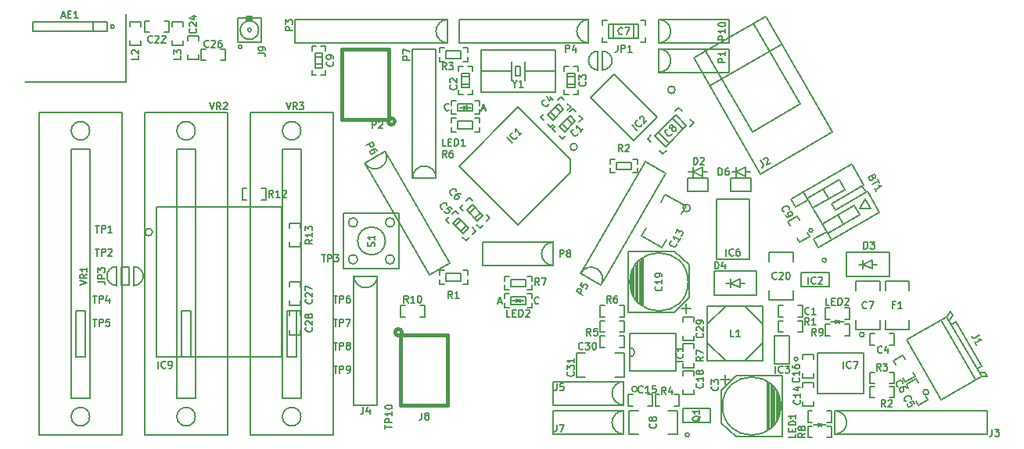
<source format=gto>
%FSLAX34Y34*%
G04 Gerber Fmt 3.4, Leading zero omitted, Abs format*
G04 (created by PCBNEW (2014-03-19 BZR 4756)-product) date Mon 16 Jun 2014 02:55:52 PM CDT*
%MOIN*%
G01*
G70*
G90*
G04 APERTURE LIST*
%ADD10C,0.006000*%
%ADD11C,0.008000*%
%ADD12C,0.007874*%
%ADD13C,0.005000*%
%ADD14C,0.015000*%
G04 APERTURE END LIST*
G54D10*
G54D11*
X51300Y-39700D02*
X51300Y-36800D01*
X47000Y-39700D02*
X51300Y-39700D01*
X50789Y-37350D02*
G75*
G03X50789Y-37350I-78J0D01*
G74*
G01*
X49884Y-37546D02*
X49884Y-37153D01*
X50474Y-37546D02*
X50474Y-37153D01*
X50474Y-37153D02*
X47325Y-37153D01*
X47325Y-37153D02*
X47325Y-37546D01*
X47325Y-37546D02*
X50474Y-37546D01*
X79088Y-49736D02*
X79088Y-49263D01*
X79088Y-49263D02*
X79285Y-49263D01*
X79088Y-49736D02*
X79285Y-49736D01*
X80111Y-49263D02*
X80111Y-49736D01*
X80111Y-49736D02*
X79914Y-49736D01*
X80111Y-49263D02*
X79914Y-49263D01*
X82988Y-50936D02*
X82988Y-50463D01*
X82988Y-50463D02*
X83185Y-50463D01*
X82988Y-50936D02*
X83185Y-50936D01*
X84011Y-50463D02*
X84011Y-50936D01*
X84011Y-50936D02*
X83814Y-50936D01*
X84011Y-50463D02*
X83814Y-50463D01*
X84539Y-52624D02*
X84948Y-52388D01*
X84948Y-52388D02*
X85047Y-52559D01*
X84539Y-52624D02*
X84637Y-52795D01*
X85460Y-53275D02*
X85051Y-53511D01*
X85051Y-53511D02*
X84952Y-53340D01*
X85460Y-53275D02*
X85362Y-53104D01*
X84910Y-52275D02*
X84501Y-52511D01*
X84501Y-52511D02*
X84402Y-52340D01*
X84910Y-52275D02*
X84812Y-52104D01*
X83989Y-51624D02*
X84398Y-51388D01*
X84398Y-51388D02*
X84497Y-51559D01*
X83989Y-51624D02*
X84087Y-51795D01*
X83411Y-50273D02*
X82388Y-50273D01*
X82388Y-50273D02*
X82388Y-49879D01*
X83411Y-50273D02*
X83411Y-49879D01*
X82388Y-48226D02*
X83411Y-48226D01*
X83411Y-48226D02*
X83411Y-48620D01*
X82388Y-48226D02*
X82388Y-48620D01*
X80410Y-46325D02*
X80001Y-46561D01*
X80001Y-46561D02*
X79902Y-46390D01*
X80410Y-46325D02*
X80312Y-46154D01*
X79489Y-45674D02*
X79898Y-45438D01*
X79898Y-45438D02*
X79997Y-45609D01*
X79489Y-45674D02*
X79587Y-45845D01*
X74268Y-44507D02*
X75155Y-45019D01*
X75155Y-45019D02*
X74958Y-45360D01*
X74268Y-44507D02*
X74071Y-44848D01*
X74131Y-46792D02*
X73244Y-46280D01*
X73244Y-46280D02*
X73441Y-45939D01*
X74131Y-46792D02*
X74328Y-46451D01*
X80113Y-52538D02*
X80586Y-52538D01*
X80586Y-52538D02*
X80586Y-52735D01*
X80113Y-52538D02*
X80113Y-52735D01*
X80586Y-53561D02*
X80113Y-53561D01*
X80113Y-53561D02*
X80113Y-53364D01*
X80586Y-53561D02*
X80586Y-53364D01*
X72688Y-53536D02*
X72688Y-53063D01*
X72688Y-53063D02*
X72885Y-53063D01*
X72688Y-53536D02*
X72885Y-53536D01*
X73711Y-53063D02*
X73711Y-53536D01*
X73711Y-53536D02*
X73514Y-53536D01*
X73711Y-53063D02*
X73514Y-53063D01*
X80586Y-52361D02*
X80113Y-52361D01*
X80113Y-52361D02*
X80113Y-52164D01*
X80586Y-52361D02*
X80586Y-52164D01*
X80113Y-51338D02*
X80586Y-51338D01*
X80586Y-51338D02*
X80586Y-51535D01*
X80113Y-51338D02*
X80113Y-51535D01*
X73330Y-49273D02*
X73330Y-47226D01*
X73251Y-49234D02*
X73251Y-47265D01*
X72818Y-48013D02*
X72818Y-48446D01*
X72858Y-47777D02*
X72858Y-48722D01*
X72937Y-48879D02*
X72937Y-47620D01*
X73015Y-47501D02*
X73015Y-48958D01*
X73015Y-48958D02*
X73015Y-48998D01*
X73094Y-47423D02*
X73094Y-49076D01*
X73173Y-49155D02*
X73173Y-47344D01*
X73173Y-47344D02*
X73173Y-47383D01*
X75141Y-49588D02*
X75141Y-49194D01*
X75338Y-49391D02*
X74944Y-49391D01*
X74669Y-49549D02*
X72700Y-49549D01*
X74669Y-46950D02*
X72700Y-46950D01*
X75299Y-47501D02*
X75299Y-48919D01*
X75299Y-47501D02*
X74669Y-46950D01*
X75299Y-48919D02*
X74669Y-49549D01*
X75240Y-48250D02*
G75*
G03X75240Y-48250I-1240J0D01*
G74*
G01*
X72700Y-49549D02*
X72700Y-46950D01*
X78688Y-46976D02*
X79711Y-46976D01*
X79711Y-46976D02*
X79711Y-47370D01*
X78688Y-46976D02*
X78688Y-47370D01*
X79711Y-49023D02*
X78688Y-49023D01*
X78688Y-49023D02*
X78688Y-48629D01*
X79711Y-49023D02*
X79711Y-48629D01*
X52088Y-37586D02*
X52088Y-37113D01*
X52088Y-37113D02*
X52285Y-37113D01*
X52088Y-37586D02*
X52285Y-37586D01*
X53111Y-37113D02*
X53111Y-37586D01*
X53111Y-37586D02*
X52914Y-37586D01*
X53111Y-37113D02*
X52914Y-37113D01*
X54386Y-38761D02*
X53913Y-38761D01*
X53913Y-38761D02*
X53913Y-38564D01*
X54386Y-38761D02*
X54386Y-38564D01*
X53913Y-37738D02*
X54386Y-37738D01*
X54386Y-37738D02*
X54386Y-37935D01*
X53913Y-37738D02*
X53913Y-37935D01*
X54488Y-38786D02*
X54488Y-38313D01*
X54488Y-38313D02*
X54685Y-38313D01*
X54488Y-38786D02*
X54685Y-38786D01*
X55511Y-38313D02*
X55511Y-38786D01*
X55511Y-38786D02*
X55314Y-38786D01*
X55511Y-38313D02*
X55314Y-38313D01*
X58263Y-48238D02*
X58736Y-48238D01*
X58736Y-48238D02*
X58736Y-48435D01*
X58263Y-48238D02*
X58263Y-48435D01*
X58736Y-49261D02*
X58263Y-49261D01*
X58263Y-49261D02*
X58263Y-49064D01*
X58736Y-49261D02*
X58736Y-49064D01*
X58263Y-49488D02*
X58736Y-49488D01*
X58736Y-49488D02*
X58736Y-49685D01*
X58263Y-49488D02*
X58263Y-49685D01*
X58736Y-50511D02*
X58263Y-50511D01*
X58263Y-50511D02*
X58263Y-50314D01*
X58736Y-50511D02*
X58736Y-50314D01*
X84661Y-50273D02*
X83638Y-50273D01*
X83638Y-50273D02*
X83638Y-49879D01*
X84661Y-50273D02*
X84661Y-49879D01*
X83638Y-48226D02*
X84661Y-48226D01*
X84661Y-48226D02*
X84661Y-48620D01*
X83638Y-48226D02*
X83638Y-48620D01*
X81240Y-47835D02*
X80059Y-47835D01*
X80059Y-47835D02*
X80059Y-48464D01*
X80059Y-48464D02*
X81240Y-48464D01*
X81240Y-48464D02*
X81240Y-47835D01*
X81131Y-47323D02*
G75*
G03X81131Y-47323I-88J0D01*
G74*
G01*
X75338Y-45094D02*
G75*
G03X75338Y-45094I-157J0D01*
G74*
G01*
X76441Y-44700D02*
X77858Y-44700D01*
X77858Y-44700D02*
X77858Y-47299D01*
X77858Y-47299D02*
X76441Y-47299D01*
X76441Y-47299D02*
X76441Y-44700D01*
X82750Y-50500D02*
G75*
G03X82750Y-50500I-100J0D01*
G74*
G01*
X82734Y-53016D02*
X82734Y-51284D01*
X82734Y-51284D02*
X80766Y-51284D01*
X80766Y-51284D02*
X80766Y-53016D01*
X80766Y-53016D02*
X82734Y-53016D01*
X52415Y-46124D02*
G75*
G03X52415Y-46124I-157J0D01*
G74*
G01*
X52592Y-45041D02*
X57907Y-45041D01*
X57907Y-45041D02*
X57907Y-51458D01*
X57907Y-51458D02*
X52592Y-51458D01*
X52592Y-51458D02*
X52592Y-45041D01*
G54D12*
X86033Y-53279D02*
X87738Y-52295D01*
X86261Y-49738D02*
X84557Y-50722D01*
X85491Y-52956D02*
G75*
G03X85491Y-52956I-118J0D01*
G74*
G01*
X87541Y-51954D02*
X87746Y-51836D01*
X87746Y-51836D02*
X86663Y-49961D01*
X86663Y-49961D02*
X86458Y-50079D01*
X87639Y-52125D02*
X87903Y-52109D01*
X87738Y-52295D02*
X88001Y-52279D01*
X88001Y-52279D02*
X87903Y-52109D01*
X86360Y-49908D02*
X86505Y-49688D01*
X86261Y-49738D02*
X86407Y-49517D01*
X86407Y-49517D02*
X86505Y-49688D01*
X86261Y-49738D02*
X87738Y-52295D01*
G54D13*
X86023Y-49876D02*
X87499Y-52433D01*
G54D12*
X84557Y-50722D02*
X86033Y-53279D01*
G54D11*
X88000Y-53750D02*
X81500Y-53750D01*
X81500Y-54750D02*
X88000Y-54750D01*
X88000Y-53750D02*
X88000Y-54750D01*
X82000Y-54250D02*
G75*
G03X81500Y-53750I-500J0D01*
G74*
G01*
X81500Y-54750D02*
G75*
G03X82000Y-54250I0J500D01*
G74*
G01*
X81500Y-53750D02*
X81500Y-54750D01*
X61000Y-48500D02*
X61000Y-48000D01*
X62000Y-48500D02*
X62000Y-48000D01*
X62000Y-48500D02*
X62000Y-53500D01*
X62000Y-53500D02*
X61000Y-53500D01*
X61000Y-53500D02*
X61000Y-48500D01*
X61500Y-48500D02*
G75*
G03X62000Y-48000I0J500D01*
G74*
G01*
X61000Y-48000D02*
G75*
G03X61500Y-48500I500J0D01*
G74*
G01*
X62000Y-48000D02*
X61000Y-48000D01*
X72500Y-52500D02*
X69500Y-52500D01*
X69500Y-53500D02*
X72500Y-53500D01*
X69500Y-53500D02*
X69500Y-52500D01*
X72000Y-53000D02*
G75*
G03X72500Y-53500I500J0D01*
G74*
G01*
X72500Y-52500D02*
G75*
G03X72000Y-53000I0J-500D01*
G74*
G01*
X72500Y-53500D02*
X72500Y-52500D01*
X72500Y-53750D02*
X69500Y-53750D01*
X69500Y-54750D02*
X72500Y-54750D01*
X69500Y-54750D02*
X69500Y-53750D01*
X72000Y-54250D02*
G75*
G03X72500Y-54750I500J0D01*
G74*
G01*
X72500Y-53750D02*
G75*
G03X72000Y-54250I0J-500D01*
G74*
G01*
X72500Y-54750D02*
X72500Y-53750D01*
G54D14*
X63041Y-50400D02*
G75*
G03X63041Y-50400I-141J0D01*
G74*
G01*
X65000Y-50500D02*
X63000Y-50500D01*
X63000Y-50500D02*
X63000Y-53500D01*
X63000Y-53500D02*
X65000Y-53500D01*
X65000Y-53500D02*
X65000Y-50500D01*
G54D11*
X56668Y-37066D02*
X56431Y-37066D01*
X56668Y-36909D02*
X56668Y-37106D01*
X56668Y-36909D02*
X56431Y-36909D01*
X56431Y-36909D02*
X56431Y-37106D01*
X56628Y-37500D02*
G75*
G03X56628Y-37500I-78J0D01*
G74*
G01*
X56943Y-37500D02*
G75*
G03X56943Y-37500I-393J0D01*
G74*
G01*
X56235Y-38208D02*
G75*
G03X56235Y-38208I-78J0D01*
G74*
G01*
X56038Y-38011D02*
X57061Y-38011D01*
X57061Y-38011D02*
X57061Y-36988D01*
X57061Y-36988D02*
X56038Y-36988D01*
X56038Y-36988D02*
X56038Y-38011D01*
X51407Y-48393D02*
X51407Y-47606D01*
X51407Y-47606D02*
X51092Y-47606D01*
X51092Y-47606D02*
X51092Y-48393D01*
X51092Y-48393D02*
X51407Y-48393D01*
X50874Y-47600D02*
X50874Y-48400D01*
X51625Y-48400D02*
X51625Y-47600D01*
X50874Y-47600D02*
G75*
G03X50474Y-48000I0J-400D01*
G74*
G01*
X50474Y-48000D02*
G75*
G03X50874Y-48400I400J0D01*
G74*
G01*
X51625Y-48400D02*
G75*
G03X52025Y-48000I0J400D01*
G74*
G01*
X52025Y-48000D02*
G75*
G03X51625Y-47600I-400J0D01*
G74*
G01*
X51463Y-37138D02*
X51936Y-37138D01*
X51936Y-37138D02*
X51936Y-37335D01*
X51463Y-37138D02*
X51463Y-37335D01*
X51936Y-38161D02*
X51463Y-38161D01*
X51463Y-38161D02*
X51463Y-37964D01*
X51936Y-38161D02*
X51936Y-37964D01*
X53263Y-37138D02*
X53736Y-37138D01*
X53736Y-37138D02*
X53736Y-37335D01*
X53263Y-37138D02*
X53263Y-37335D01*
X53736Y-38161D02*
X53263Y-38161D01*
X53263Y-38161D02*
X53263Y-37964D01*
X53736Y-38161D02*
X53736Y-37964D01*
G54D13*
X80928Y-54354D02*
X81125Y-54354D01*
X80771Y-54354D02*
X80574Y-54354D01*
X80928Y-54354D02*
X80771Y-54433D01*
X80771Y-54433D02*
X80771Y-54275D01*
X80771Y-54275D02*
X80928Y-54354D01*
X80928Y-54275D02*
X80928Y-54433D01*
G54D12*
X81361Y-53763D02*
X81361Y-54236D01*
X81361Y-54236D02*
X81164Y-54236D01*
X81361Y-53763D02*
X81164Y-53763D01*
X80338Y-54236D02*
X80338Y-53763D01*
X80338Y-53763D02*
X80535Y-53763D01*
X80338Y-54236D02*
X80535Y-54236D01*
G54D13*
X81678Y-49954D02*
X81875Y-49954D01*
X81521Y-49954D02*
X81324Y-49954D01*
X81678Y-49954D02*
X81521Y-50033D01*
X81521Y-50033D02*
X81521Y-49875D01*
X81521Y-49875D02*
X81678Y-49954D01*
X81678Y-49875D02*
X81678Y-50033D01*
G54D12*
X82111Y-49363D02*
X82111Y-49836D01*
X82111Y-49836D02*
X81914Y-49836D01*
X82111Y-49363D02*
X81914Y-49363D01*
X81088Y-49836D02*
X81088Y-49363D01*
X81088Y-49363D02*
X81285Y-49363D01*
X81088Y-49836D02*
X81285Y-49836D01*
G54D11*
X75009Y-54264D02*
X76190Y-54264D01*
X76190Y-54264D02*
X76190Y-53635D01*
X76190Y-53635D02*
X75009Y-53635D01*
X75009Y-53635D02*
X75009Y-54264D01*
X75294Y-54776D02*
G75*
G03X75294Y-54776I-88J0D01*
G74*
G01*
X80111Y-49913D02*
X80111Y-50386D01*
X80111Y-50386D02*
X79914Y-50386D01*
X80111Y-49913D02*
X79914Y-49913D01*
X79088Y-50386D02*
X79088Y-49913D01*
X79088Y-49913D02*
X79285Y-49913D01*
X79088Y-50386D02*
X79285Y-50386D01*
X84011Y-52713D02*
X84011Y-53186D01*
X84011Y-53186D02*
X83814Y-53186D01*
X84011Y-52713D02*
X83814Y-52713D01*
X82988Y-53186D02*
X82988Y-52713D01*
X82988Y-52713D02*
X83185Y-52713D01*
X82988Y-53186D02*
X83185Y-53186D01*
X84011Y-52113D02*
X84011Y-52586D01*
X84011Y-52586D02*
X83814Y-52586D01*
X84011Y-52113D02*
X83814Y-52113D01*
X82988Y-52586D02*
X82988Y-52113D01*
X82988Y-52113D02*
X83185Y-52113D01*
X82988Y-52586D02*
X83185Y-52586D01*
X73838Y-53536D02*
X73838Y-53063D01*
X73838Y-53063D02*
X74035Y-53063D01*
X73838Y-53536D02*
X74035Y-53536D01*
X74861Y-53063D02*
X74861Y-53536D01*
X74861Y-53536D02*
X74664Y-53536D01*
X74861Y-53063D02*
X74664Y-53063D01*
X72511Y-49913D02*
X72511Y-50386D01*
X72511Y-50386D02*
X72314Y-50386D01*
X72511Y-49913D02*
X72314Y-49913D01*
X71488Y-50386D02*
X71488Y-49913D01*
X71488Y-49913D02*
X71685Y-49913D01*
X71488Y-50386D02*
X71685Y-50386D01*
X72511Y-49263D02*
X72511Y-49736D01*
X72511Y-49736D02*
X72314Y-49736D01*
X72511Y-49263D02*
X72314Y-49263D01*
X71488Y-49736D02*
X71488Y-49263D01*
X71488Y-49263D02*
X71685Y-49263D01*
X71488Y-49736D02*
X71685Y-49736D01*
X75486Y-51911D02*
X75013Y-51911D01*
X75013Y-51911D02*
X75013Y-51714D01*
X75486Y-51911D02*
X75486Y-51714D01*
X75013Y-50888D02*
X75486Y-50888D01*
X75486Y-50888D02*
X75486Y-51085D01*
X75013Y-50888D02*
X75013Y-51085D01*
X80338Y-54886D02*
X80338Y-54413D01*
X80338Y-54413D02*
X80535Y-54413D01*
X80338Y-54886D02*
X80535Y-54886D01*
X81361Y-54413D02*
X81361Y-54886D01*
X81361Y-54886D02*
X81164Y-54886D01*
X81361Y-54413D02*
X81164Y-54413D01*
X81088Y-50536D02*
X81088Y-50063D01*
X81088Y-50063D02*
X81285Y-50063D01*
X81088Y-50536D02*
X81285Y-50536D01*
X82111Y-50063D02*
X82111Y-50536D01*
X82111Y-50536D02*
X81914Y-50536D01*
X82111Y-50063D02*
X81914Y-50063D01*
X64011Y-49263D02*
X64011Y-49736D01*
X64011Y-49736D02*
X63814Y-49736D01*
X64011Y-49263D02*
X63814Y-49263D01*
X62988Y-49736D02*
X62988Y-49263D01*
X62988Y-49263D02*
X63185Y-49263D01*
X62988Y-49736D02*
X63185Y-49736D01*
X56238Y-44736D02*
X56238Y-44263D01*
X56238Y-44263D02*
X56435Y-44263D01*
X56238Y-44736D02*
X56435Y-44736D01*
X57261Y-44263D02*
X57261Y-44736D01*
X57261Y-44736D02*
X57064Y-44736D01*
X57261Y-44263D02*
X57064Y-44263D01*
X58263Y-45738D02*
X58736Y-45738D01*
X58736Y-45738D02*
X58736Y-45935D01*
X58263Y-45738D02*
X58263Y-45935D01*
X58736Y-46761D02*
X58263Y-46761D01*
X58263Y-46761D02*
X58263Y-46564D01*
X58736Y-46761D02*
X58736Y-46564D01*
X78619Y-52526D02*
X78619Y-54573D01*
X78698Y-52565D02*
X78698Y-54534D01*
X79131Y-53786D02*
X79131Y-53353D01*
X79091Y-54022D02*
X79091Y-53077D01*
X79012Y-52920D02*
X79012Y-54179D01*
X78934Y-54298D02*
X78934Y-52841D01*
X78934Y-52841D02*
X78934Y-52801D01*
X78855Y-54376D02*
X78855Y-52723D01*
X78776Y-52644D02*
X78776Y-54455D01*
X78776Y-54455D02*
X78776Y-54416D01*
X76808Y-52211D02*
X76808Y-52605D01*
X76611Y-52408D02*
X77005Y-52408D01*
X77280Y-52250D02*
X79249Y-52250D01*
X77280Y-54849D02*
X79249Y-54849D01*
X76650Y-54298D02*
X76650Y-52880D01*
X76650Y-54298D02*
X77280Y-54849D01*
X76650Y-52880D02*
X77280Y-52250D01*
X79190Y-53550D02*
G75*
G03X79190Y-53550I-1240J0D01*
G74*
G01*
X79249Y-52250D02*
X79249Y-54849D01*
X74773Y-53738D02*
X74773Y-54761D01*
X74773Y-54761D02*
X74379Y-54761D01*
X74773Y-53738D02*
X74379Y-53738D01*
X72726Y-54761D02*
X72726Y-53738D01*
X72726Y-53738D02*
X73120Y-53738D01*
X72726Y-54761D02*
X73120Y-54761D01*
X75013Y-52038D02*
X75486Y-52038D01*
X75486Y-52038D02*
X75486Y-52235D01*
X75013Y-52038D02*
X75013Y-52235D01*
X75486Y-53061D02*
X75013Y-53061D01*
X75013Y-53061D02*
X75013Y-52864D01*
X75486Y-53061D02*
X75486Y-52864D01*
X75013Y-49738D02*
X75486Y-49738D01*
X75486Y-49738D02*
X75486Y-49935D01*
X75013Y-49738D02*
X75013Y-49935D01*
X75486Y-50761D02*
X75013Y-50761D01*
X75013Y-50761D02*
X75013Y-50564D01*
X75486Y-50761D02*
X75486Y-50564D01*
X72511Y-50563D02*
X72511Y-51036D01*
X72511Y-51036D02*
X72314Y-51036D01*
X72511Y-50563D02*
X72314Y-50563D01*
X71488Y-51036D02*
X71488Y-50563D01*
X71488Y-50563D02*
X71685Y-50563D01*
X71488Y-51036D02*
X71685Y-51036D01*
X72523Y-51288D02*
X72523Y-52311D01*
X72523Y-52311D02*
X72129Y-52311D01*
X72523Y-51288D02*
X72129Y-51288D01*
X70476Y-52311D02*
X70476Y-51288D01*
X70476Y-51288D02*
X70870Y-51288D01*
X70476Y-52311D02*
X70870Y-52311D01*
X73080Y-52824D02*
G75*
G03X73080Y-52824I-118J0D01*
G74*
G01*
X72962Y-51250D02*
G75*
G03X72765Y-51053I-196J0D01*
G74*
G01*
X72765Y-51446D02*
G75*
G03X72962Y-51250I0J196D01*
G74*
G01*
X72765Y-52037D02*
X74734Y-52037D01*
X74734Y-52037D02*
X74734Y-50462D01*
X74734Y-50462D02*
X72765Y-50462D01*
X72765Y-50462D02*
X72765Y-52037D01*
X77643Y-51631D02*
X78431Y-50843D01*
X76068Y-50843D02*
X76856Y-51631D01*
X76856Y-49268D02*
X76068Y-50056D01*
X78431Y-50056D02*
X77643Y-49268D01*
X78431Y-49268D02*
X76068Y-49268D01*
X76068Y-49268D02*
X76068Y-51631D01*
X76068Y-51631D02*
X78431Y-51631D01*
X78431Y-51631D02*
X78431Y-49268D01*
X75846Y-43548D02*
X76043Y-43548D01*
X75453Y-43548D02*
X75256Y-43548D01*
X75453Y-43351D02*
X75453Y-43745D01*
X75453Y-43548D02*
X75846Y-43351D01*
X75846Y-43351D02*
X75846Y-43745D01*
X75846Y-43745D02*
X75453Y-43548D01*
X75216Y-43824D02*
X75216Y-44375D01*
X75216Y-44375D02*
X76083Y-44375D01*
X76083Y-44375D02*
X76083Y-43824D01*
X76083Y-43824D02*
X75216Y-43824D01*
X83096Y-47500D02*
X83293Y-47500D01*
X82703Y-47500D02*
X82506Y-47500D01*
X82703Y-47303D02*
X82703Y-47696D01*
X82703Y-47500D02*
X83096Y-47303D01*
X83096Y-47303D02*
X83096Y-47696D01*
X83096Y-47696D02*
X82703Y-47500D01*
X81994Y-46988D02*
X83805Y-46988D01*
X83805Y-46988D02*
X83805Y-48011D01*
X83805Y-48011D02*
X81994Y-48011D01*
X81994Y-48011D02*
X81994Y-46988D01*
X77446Y-48300D02*
X77643Y-48300D01*
X77053Y-48300D02*
X76856Y-48300D01*
X77053Y-48103D02*
X77053Y-48496D01*
X77053Y-48300D02*
X77446Y-48103D01*
X77446Y-48103D02*
X77446Y-48496D01*
X77446Y-48496D02*
X77053Y-48300D01*
X76344Y-47788D02*
X78155Y-47788D01*
X78155Y-47788D02*
X78155Y-48811D01*
X78155Y-48811D02*
X76344Y-48811D01*
X76344Y-48811D02*
X76344Y-47788D01*
X77696Y-43548D02*
X77893Y-43548D01*
X77303Y-43548D02*
X77106Y-43548D01*
X77303Y-43351D02*
X77303Y-43745D01*
X77303Y-43548D02*
X77696Y-43351D01*
X77696Y-43351D02*
X77696Y-43745D01*
X77696Y-43745D02*
X77303Y-43548D01*
X77066Y-43824D02*
X77066Y-44375D01*
X77066Y-44375D02*
X77933Y-44375D01*
X77933Y-44375D02*
X77933Y-43824D01*
X77933Y-43824D02*
X77066Y-43824D01*
X79919Y-51543D02*
G75*
G03X79919Y-51543I-78J0D01*
G74*
G01*
X79564Y-51740D02*
X79564Y-50559D01*
X79564Y-50559D02*
X78935Y-50559D01*
X78935Y-50559D02*
X78935Y-51740D01*
X78935Y-51740D02*
X79564Y-51740D01*
X78034Y-37215D02*
X80022Y-40659D01*
X80022Y-40659D02*
X77977Y-41840D01*
X77977Y-41840D02*
X75969Y-38362D01*
X76166Y-39885D02*
X79235Y-38113D01*
X78331Y-43636D02*
X81400Y-41864D01*
X81400Y-41864D02*
X78546Y-36920D01*
X78546Y-36920D02*
X75477Y-38692D01*
X75477Y-38692D02*
X78331Y-43636D01*
X52078Y-54789D02*
X52078Y-41010D01*
X55621Y-41010D02*
X55621Y-54789D01*
X54243Y-42585D02*
X54243Y-53214D01*
X53456Y-53214D02*
X53456Y-42585D01*
X54243Y-54002D02*
G75*
G03X54243Y-54002I-393J0D01*
G74*
G01*
X54243Y-41797D02*
G75*
G03X54243Y-41797I-393J0D01*
G74*
G01*
X53653Y-51443D02*
X54046Y-51443D01*
X54046Y-51443D02*
X54046Y-49474D01*
X54046Y-49474D02*
X53653Y-49474D01*
X53653Y-49474D02*
X53653Y-51443D01*
X53456Y-53214D02*
X54243Y-53214D01*
X54243Y-42585D02*
X53456Y-42585D01*
X52078Y-54789D02*
X55621Y-54789D01*
X55621Y-41010D02*
X52078Y-41010D01*
X56578Y-54789D02*
X56578Y-41010D01*
X60121Y-41010D02*
X60121Y-54789D01*
X58743Y-42585D02*
X58743Y-53214D01*
X57956Y-53214D02*
X57956Y-42585D01*
X58743Y-54002D02*
G75*
G03X58743Y-54002I-393J0D01*
G74*
G01*
X58743Y-41797D02*
G75*
G03X58743Y-41797I-393J0D01*
G74*
G01*
X58153Y-51443D02*
X58546Y-51443D01*
X58546Y-51443D02*
X58546Y-49474D01*
X58546Y-49474D02*
X58153Y-49474D01*
X58153Y-49474D02*
X58153Y-51443D01*
X57956Y-53214D02*
X58743Y-53214D01*
X58743Y-42585D02*
X57956Y-42585D01*
X56578Y-54789D02*
X60121Y-54789D01*
X60121Y-41010D02*
X56578Y-41010D01*
X47578Y-54789D02*
X47578Y-41010D01*
X51121Y-41010D02*
X51121Y-54789D01*
X49743Y-42585D02*
X49743Y-53214D01*
X48956Y-53214D02*
X48956Y-42585D01*
X49743Y-54002D02*
G75*
G03X49743Y-54002I-393J0D01*
G74*
G01*
X49743Y-41797D02*
G75*
G03X49743Y-41797I-393J0D01*
G74*
G01*
X49153Y-51443D02*
X49546Y-51443D01*
X49546Y-51443D02*
X49546Y-49474D01*
X49546Y-49474D02*
X49153Y-49474D01*
X49153Y-49474D02*
X49153Y-51443D01*
X48956Y-53214D02*
X49743Y-53214D01*
X49743Y-42585D02*
X48956Y-42585D01*
X47578Y-54789D02*
X51121Y-54789D01*
X51121Y-41010D02*
X47578Y-41010D01*
X82787Y-44711D02*
X82565Y-45112D01*
X82565Y-45112D02*
X83024Y-45120D01*
X83024Y-45120D02*
X82787Y-44711D01*
X80548Y-46049D02*
G75*
G03X80548Y-46049I-78J0D01*
G74*
G01*
X81628Y-45380D02*
X81864Y-45789D01*
X80998Y-44289D02*
X81234Y-44698D01*
X82648Y-44154D02*
X82806Y-44427D01*
X82874Y-44388D02*
X83386Y-45274D01*
X82716Y-44115D02*
X82205Y-43229D01*
X82874Y-44388D02*
X81510Y-45175D01*
X81510Y-45175D02*
X81353Y-44902D01*
X81353Y-44902D02*
X82716Y-44115D01*
X81182Y-46183D02*
X82546Y-45395D01*
X82546Y-45395D02*
X82310Y-44986D01*
X82310Y-44986D02*
X80946Y-45774D01*
X80553Y-45092D02*
X81916Y-44304D01*
X81916Y-44304D02*
X81680Y-43895D01*
X81680Y-43895D02*
X80316Y-44682D01*
X81340Y-46455D02*
X80159Y-44410D01*
X80794Y-46770D02*
X80598Y-46429D01*
X80598Y-46429D02*
X81143Y-46114D01*
X79613Y-44725D02*
X79810Y-45066D01*
X79810Y-45066D02*
X80356Y-44751D01*
X82205Y-43229D02*
X79613Y-44725D01*
X83386Y-45274D02*
X80794Y-46770D01*
X61159Y-45712D02*
G75*
G03X61159Y-45712I-196J0D01*
G74*
G01*
X61159Y-47287D02*
G75*
G03X61159Y-47287I-196J0D01*
G74*
G01*
X62734Y-47287D02*
G75*
G03X62734Y-47287I-196J0D01*
G74*
G01*
X62734Y-45712D02*
G75*
G03X62734Y-45712I-196J0D01*
G74*
G01*
X62340Y-46500D02*
G75*
G03X62340Y-46500I-590J0D01*
G74*
G01*
X62931Y-45318D02*
X60568Y-45318D01*
X60568Y-45318D02*
X60568Y-47681D01*
X60568Y-47681D02*
X62931Y-47681D01*
X62931Y-47681D02*
X62931Y-45318D01*
X70518Y-42486D02*
G75*
G03X70518Y-42486I-150J0D01*
G74*
G01*
X70227Y-43021D02*
X70227Y-43578D01*
X70227Y-43578D02*
X68000Y-45805D01*
X68000Y-45805D02*
X65494Y-43300D01*
X65494Y-43300D02*
X68000Y-40794D01*
X68000Y-40794D02*
X70227Y-43021D01*
X74689Y-40048D02*
G75*
G03X74689Y-40048I-157J0D01*
G74*
G01*
X73919Y-41217D02*
X72917Y-42219D01*
X72917Y-42219D02*
X71080Y-40382D01*
X71080Y-40382D02*
X72082Y-39380D01*
X72082Y-39380D02*
X73919Y-41217D01*
X74000Y-39300D02*
X77000Y-39300D01*
X77000Y-38300D02*
X74000Y-38300D01*
X77000Y-38300D02*
X77000Y-39300D01*
X74500Y-38800D02*
G75*
G03X74000Y-38300I-500J0D01*
G74*
G01*
X74000Y-39300D02*
G75*
G03X74500Y-38800I0J500D01*
G74*
G01*
X74000Y-38300D02*
X74000Y-39300D01*
G54D14*
X62741Y-41400D02*
G75*
G03X62741Y-41400I-141J0D01*
G74*
G01*
X60500Y-41300D02*
X62500Y-41300D01*
X62500Y-41300D02*
X62500Y-38300D01*
X62500Y-38300D02*
X60500Y-38300D01*
X60500Y-38300D02*
X60500Y-41300D01*
G54D11*
X58500Y-38050D02*
X65000Y-38050D01*
X65000Y-37050D02*
X58500Y-37050D01*
X58500Y-38050D02*
X58500Y-37050D01*
X64500Y-37550D02*
G75*
G03X65000Y-38050I500J0D01*
G74*
G01*
X65000Y-37050D02*
G75*
G03X64500Y-37550I0J-500D01*
G74*
G01*
X65000Y-38050D02*
X65000Y-37050D01*
X70500Y-37050D02*
X71000Y-37050D01*
X70500Y-38050D02*
X71000Y-38050D01*
X70500Y-38050D02*
X65500Y-38050D01*
X65500Y-38050D02*
X65500Y-37050D01*
X65500Y-37050D02*
X70500Y-37050D01*
X70500Y-37550D02*
G75*
G03X71000Y-38050I500J0D01*
G74*
G01*
X71000Y-37050D02*
G75*
G03X70500Y-37550I0J-500D01*
G74*
G01*
X71000Y-38050D02*
X71000Y-37050D01*
X71783Y-47935D02*
X71533Y-48368D01*
X70916Y-47435D02*
X70666Y-47868D01*
X70916Y-47435D02*
X73416Y-43104D01*
X73416Y-43104D02*
X74283Y-43604D01*
X74283Y-43604D02*
X71783Y-47935D01*
X71350Y-47685D02*
G75*
G03X70666Y-47868I-250J-433D01*
G74*
G01*
X71533Y-48368D02*
G75*
G03X71350Y-47685I-433J250D01*
G74*
G01*
X70666Y-47868D02*
X71533Y-48368D01*
X61716Y-43604D02*
X61466Y-43171D01*
X62583Y-43104D02*
X62333Y-42671D01*
X62583Y-43104D02*
X65083Y-47435D01*
X65083Y-47435D02*
X64216Y-47935D01*
X64216Y-47935D02*
X61716Y-43604D01*
X62150Y-43354D02*
G75*
G03X62333Y-42671I-250J433D01*
G74*
G01*
X61466Y-43171D02*
G75*
G03X62150Y-43354I433J250D01*
G74*
G01*
X62333Y-42671D02*
X61466Y-43171D01*
X64500Y-43300D02*
X64500Y-43800D01*
X63500Y-43300D02*
X63500Y-43800D01*
X63500Y-43300D02*
X63500Y-38300D01*
X63500Y-38300D02*
X64500Y-38300D01*
X64500Y-38300D02*
X64500Y-43300D01*
X64000Y-43300D02*
G75*
G03X63500Y-43800I0J-500D01*
G74*
G01*
X64500Y-43800D02*
G75*
G03X64000Y-43300I-500J0D01*
G74*
G01*
X63500Y-43800D02*
X64500Y-43800D01*
X69500Y-46550D02*
X66500Y-46550D01*
X66500Y-47550D02*
X69500Y-47550D01*
X66500Y-47550D02*
X66500Y-46550D01*
X69000Y-47050D02*
G75*
G03X69500Y-47550I500J0D01*
G74*
G01*
X69500Y-46550D02*
G75*
G03X69000Y-47050I0J-500D01*
G74*
G01*
X69500Y-47550D02*
X69500Y-46550D01*
X74000Y-38050D02*
X77000Y-38050D01*
X77000Y-37050D02*
X74000Y-37050D01*
X77000Y-37050D02*
X77000Y-38050D01*
X74500Y-37550D02*
G75*
G03X74000Y-37050I-500J0D01*
G74*
G01*
X74000Y-38050D02*
G75*
G03X74500Y-37550I0J500D01*
G74*
G01*
X74000Y-37050D02*
X74000Y-38050D01*
X68295Y-39250D02*
X69574Y-39250D01*
X67704Y-39250D02*
X66425Y-39250D01*
X67704Y-39643D02*
X67704Y-38856D01*
X68295Y-39643D02*
X68295Y-38856D01*
X68098Y-39446D02*
X68098Y-39053D01*
X68098Y-39053D02*
X67901Y-39053D01*
X67901Y-39053D02*
X67901Y-39446D01*
X67901Y-39446D02*
X68098Y-39446D01*
X66425Y-40135D02*
X69574Y-40135D01*
X69574Y-40135D02*
X69574Y-38364D01*
X69574Y-38364D02*
X66425Y-38364D01*
X66425Y-38364D02*
X66425Y-40135D01*
X71600Y-39200D02*
X71600Y-38400D01*
X71400Y-38400D02*
X71400Y-39200D01*
X71600Y-39200D02*
G75*
G03X72000Y-38800I0J400D01*
G74*
G01*
X72000Y-38800D02*
G75*
G03X71600Y-38400I-400J0D01*
G74*
G01*
X71400Y-38400D02*
G75*
G03X71000Y-38800I0J-400D01*
G74*
G01*
X71000Y-38800D02*
G75*
G03X71400Y-39200I400J0D01*
G74*
G01*
X70322Y-40859D02*
X70461Y-40998D01*
X70322Y-40859D02*
X70183Y-40998D01*
X70740Y-41277D02*
X70601Y-41138D01*
X70740Y-41277D02*
X70601Y-41416D01*
X69877Y-42140D02*
X70016Y-42001D01*
X69877Y-42140D02*
X69738Y-42001D01*
X69459Y-41722D02*
X69598Y-41583D01*
X69459Y-41722D02*
X69598Y-41861D01*
X70100Y-41277D02*
X70322Y-41500D01*
X69877Y-41500D02*
X70100Y-41722D01*
X69765Y-41611D02*
X69988Y-41834D01*
X69988Y-41834D02*
X70434Y-41388D01*
X70434Y-41388D02*
X70211Y-41165D01*
X70211Y-41165D02*
X69765Y-41611D01*
X65454Y-39039D02*
X65651Y-39039D01*
X65454Y-39039D02*
X65454Y-39236D01*
X66045Y-39039D02*
X65848Y-39039D01*
X66045Y-39039D02*
X66045Y-39236D01*
X66045Y-40260D02*
X66045Y-40063D01*
X66045Y-40260D02*
X65848Y-40260D01*
X65454Y-40260D02*
X65454Y-40063D01*
X65454Y-40260D02*
X65651Y-40260D01*
X65592Y-39492D02*
X65907Y-39492D01*
X65592Y-39807D02*
X65907Y-39807D01*
X65592Y-39964D02*
X65907Y-39964D01*
X65907Y-39964D02*
X65907Y-39335D01*
X65907Y-39335D02*
X65592Y-39335D01*
X65592Y-39335D02*
X65592Y-39964D01*
X69954Y-39039D02*
X70151Y-39039D01*
X69954Y-39039D02*
X69954Y-39236D01*
X70545Y-39039D02*
X70348Y-39039D01*
X70545Y-39039D02*
X70545Y-39236D01*
X70545Y-40260D02*
X70545Y-40063D01*
X70545Y-40260D02*
X70348Y-40260D01*
X69954Y-40260D02*
X69954Y-40063D01*
X69954Y-40260D02*
X70151Y-40260D01*
X70092Y-39492D02*
X70407Y-39492D01*
X70092Y-39807D02*
X70407Y-39807D01*
X70092Y-39964D02*
X70407Y-39964D01*
X70407Y-39964D02*
X70407Y-39335D01*
X70407Y-39335D02*
X70092Y-39335D01*
X70092Y-39335D02*
X70092Y-39964D01*
X69822Y-40359D02*
X69961Y-40498D01*
X69822Y-40359D02*
X69683Y-40498D01*
X70240Y-40777D02*
X70101Y-40638D01*
X70240Y-40777D02*
X70101Y-40916D01*
X69377Y-41640D02*
X69516Y-41501D01*
X69377Y-41640D02*
X69238Y-41501D01*
X68959Y-41222D02*
X69098Y-41083D01*
X68959Y-41222D02*
X69098Y-41361D01*
X69600Y-40777D02*
X69822Y-41000D01*
X69377Y-41000D02*
X69600Y-41222D01*
X69265Y-41111D02*
X69488Y-41334D01*
X69488Y-41334D02*
X69934Y-40888D01*
X69934Y-40888D02*
X69711Y-40665D01*
X69711Y-40665D02*
X69265Y-41111D01*
X66190Y-46072D02*
X66051Y-46211D01*
X66190Y-46072D02*
X66051Y-45933D01*
X65772Y-46490D02*
X65911Y-46351D01*
X65772Y-46490D02*
X65633Y-46351D01*
X64909Y-45627D02*
X65048Y-45766D01*
X64909Y-45627D02*
X65048Y-45488D01*
X65327Y-45209D02*
X65466Y-45348D01*
X65327Y-45209D02*
X65188Y-45348D01*
X65772Y-45850D02*
X65550Y-46072D01*
X65550Y-45627D02*
X65327Y-45850D01*
X65438Y-45515D02*
X65215Y-45738D01*
X65215Y-45738D02*
X65661Y-46184D01*
X65661Y-46184D02*
X65884Y-45961D01*
X65884Y-45961D02*
X65438Y-45515D01*
X65509Y-45077D02*
X65648Y-44938D01*
X65509Y-45077D02*
X65648Y-45216D01*
X65927Y-44659D02*
X65788Y-44798D01*
X65927Y-44659D02*
X66066Y-44798D01*
X66790Y-45522D02*
X66651Y-45383D01*
X66790Y-45522D02*
X66651Y-45661D01*
X66372Y-45940D02*
X66233Y-45801D01*
X66372Y-45940D02*
X66511Y-45801D01*
X65927Y-45300D02*
X66150Y-45077D01*
X66150Y-45522D02*
X66372Y-45300D01*
X66261Y-45634D02*
X66484Y-45411D01*
X66484Y-45411D02*
X66038Y-44965D01*
X66038Y-44965D02*
X65815Y-45188D01*
X65815Y-45188D02*
X66261Y-45634D01*
X72066Y-37864D02*
X72066Y-37235D01*
X72933Y-37864D02*
X72933Y-37235D01*
X73129Y-37864D02*
X73129Y-37235D01*
X73129Y-37235D02*
X71870Y-37235D01*
X71870Y-37235D02*
X71870Y-37864D01*
X71870Y-37864D02*
X73129Y-37864D01*
X71574Y-38002D02*
X71574Y-37805D01*
X71574Y-38002D02*
X71771Y-38002D01*
X71574Y-37097D02*
X71574Y-37294D01*
X71574Y-37097D02*
X71771Y-37097D01*
X73425Y-37097D02*
X73425Y-37294D01*
X73425Y-37097D02*
X73228Y-37097D01*
X73425Y-38002D02*
X73425Y-37805D01*
X73425Y-38002D02*
X73228Y-38002D01*
X74583Y-41271D02*
X75028Y-41716D01*
X73971Y-41883D02*
X74416Y-42328D01*
X73831Y-42022D02*
X74277Y-42468D01*
X74277Y-42468D02*
X75168Y-41577D01*
X75168Y-41577D02*
X74722Y-41131D01*
X74722Y-41131D02*
X73831Y-42022D01*
X74834Y-40825D02*
X74973Y-40964D01*
X74834Y-40825D02*
X74694Y-40964D01*
X75474Y-41465D02*
X75335Y-41326D01*
X75474Y-41465D02*
X75335Y-41605D01*
X74165Y-42774D02*
X74026Y-42635D01*
X74165Y-42774D02*
X74305Y-42635D01*
X73525Y-42134D02*
X73664Y-42273D01*
X73525Y-42134D02*
X73664Y-41994D01*
X59204Y-38189D02*
X59401Y-38189D01*
X59204Y-38189D02*
X59204Y-38386D01*
X59795Y-38189D02*
X59598Y-38189D01*
X59795Y-38189D02*
X59795Y-38386D01*
X59795Y-39410D02*
X59795Y-39213D01*
X59795Y-39410D02*
X59598Y-39410D01*
X59204Y-39410D02*
X59204Y-39213D01*
X59204Y-39410D02*
X59401Y-39410D01*
X59342Y-38642D02*
X59657Y-38642D01*
X59342Y-38957D02*
X59657Y-38957D01*
X59342Y-39114D02*
X59657Y-39114D01*
X59657Y-39114D02*
X59657Y-38485D01*
X59657Y-38485D02*
X59342Y-38485D01*
X59342Y-38485D02*
X59342Y-39114D01*
X64659Y-47754D02*
X64856Y-47754D01*
X64659Y-47951D02*
X64659Y-47754D01*
X64659Y-48345D02*
X64659Y-48148D01*
X64856Y-48345D02*
X64659Y-48345D01*
X65840Y-48345D02*
X65643Y-48345D01*
X65840Y-48148D02*
X65840Y-48345D01*
X65840Y-47754D02*
X65840Y-47951D01*
X65840Y-47754D02*
X65643Y-47754D01*
X64935Y-47892D02*
X64935Y-48207D01*
X64935Y-48207D02*
X65564Y-48207D01*
X65564Y-48207D02*
X65564Y-47892D01*
X65564Y-47892D02*
X64935Y-47892D01*
X73090Y-43595D02*
X72893Y-43595D01*
X73090Y-43398D02*
X73090Y-43595D01*
X73090Y-43004D02*
X73090Y-43201D01*
X72893Y-43004D02*
X73090Y-43004D01*
X71909Y-43004D02*
X72106Y-43004D01*
X71909Y-43201D02*
X71909Y-43004D01*
X71909Y-43595D02*
X71909Y-43398D01*
X71909Y-43595D02*
X72106Y-43595D01*
X72814Y-43457D02*
X72814Y-43142D01*
X72814Y-43142D02*
X72185Y-43142D01*
X72185Y-43142D02*
X72185Y-43457D01*
X72185Y-43457D02*
X72814Y-43457D01*
X65840Y-38845D02*
X65643Y-38845D01*
X65840Y-38648D02*
X65840Y-38845D01*
X65840Y-38254D02*
X65840Y-38451D01*
X65643Y-38254D02*
X65840Y-38254D01*
X64659Y-38254D02*
X64856Y-38254D01*
X64659Y-38451D02*
X64659Y-38254D01*
X64659Y-38845D02*
X64659Y-38648D01*
X64659Y-38845D02*
X64856Y-38845D01*
X65564Y-38707D02*
X65564Y-38392D01*
X65564Y-38392D02*
X64935Y-38392D01*
X64935Y-38392D02*
X64935Y-38707D01*
X64935Y-38707D02*
X65564Y-38707D01*
X65159Y-41254D02*
X65356Y-41254D01*
X65159Y-41451D02*
X65159Y-41254D01*
X65159Y-41845D02*
X65159Y-41648D01*
X65356Y-41845D02*
X65159Y-41845D01*
X66340Y-41845D02*
X66143Y-41845D01*
X66340Y-41648D02*
X66340Y-41845D01*
X66340Y-41254D02*
X66340Y-41451D01*
X66340Y-41254D02*
X66143Y-41254D01*
X65435Y-41392D02*
X65435Y-41707D01*
X65435Y-41707D02*
X66064Y-41707D01*
X66064Y-41707D02*
X66064Y-41392D01*
X66064Y-41392D02*
X65435Y-41392D01*
X68590Y-48595D02*
X68393Y-48595D01*
X68590Y-48398D02*
X68590Y-48595D01*
X68590Y-48004D02*
X68590Y-48201D01*
X68393Y-48004D02*
X68590Y-48004D01*
X67409Y-48004D02*
X67606Y-48004D01*
X67409Y-48201D02*
X67409Y-48004D01*
X67409Y-48595D02*
X67409Y-48398D01*
X67409Y-48595D02*
X67606Y-48595D01*
X68314Y-48457D02*
X68314Y-48142D01*
X68314Y-48142D02*
X67685Y-48142D01*
X67685Y-48142D02*
X67685Y-48457D01*
X67685Y-48457D02*
X68314Y-48457D01*
G54D10*
X65671Y-40800D02*
X65513Y-40800D01*
X65828Y-40800D02*
X65986Y-40800D01*
X65671Y-40721D02*
X65671Y-40878D01*
X65828Y-40721D02*
X65828Y-40878D01*
X65828Y-40878D02*
X65671Y-40800D01*
X65671Y-40800D02*
X65828Y-40721D01*
G54D11*
X65435Y-40642D02*
X65435Y-40957D01*
X65435Y-40957D02*
X66064Y-40957D01*
X66064Y-40957D02*
X66064Y-40642D01*
X66064Y-40642D02*
X65435Y-40642D01*
X66340Y-40504D02*
X66143Y-40504D01*
X66340Y-40701D02*
X66340Y-40504D01*
X66340Y-41095D02*
X66340Y-40898D01*
X66143Y-41095D02*
X66340Y-41095D01*
X65159Y-41095D02*
X65356Y-41095D01*
X65159Y-40898D02*
X65159Y-41095D01*
X65159Y-40504D02*
X65159Y-40701D01*
X65159Y-40504D02*
X65356Y-40504D01*
G54D10*
X68078Y-49050D02*
X68236Y-49050D01*
X67921Y-49050D02*
X67763Y-49050D01*
X68078Y-49128D02*
X68078Y-48971D01*
X67921Y-49128D02*
X67921Y-48971D01*
X67921Y-48971D02*
X68078Y-49050D01*
X68078Y-49050D02*
X67921Y-49128D01*
G54D11*
X68314Y-49207D02*
X68314Y-48892D01*
X68314Y-48892D02*
X67685Y-48892D01*
X67685Y-48892D02*
X67685Y-49207D01*
X67685Y-49207D02*
X68314Y-49207D01*
X67409Y-49345D02*
X67606Y-49345D01*
X67409Y-49148D02*
X67409Y-49345D01*
X67409Y-48754D02*
X67409Y-48951D01*
X67606Y-48754D02*
X67409Y-48754D01*
X68590Y-48754D02*
X68393Y-48754D01*
X68590Y-48951D02*
X68590Y-48754D01*
X68590Y-49345D02*
X68590Y-49148D01*
X68590Y-49345D02*
X68393Y-49345D01*
G54D10*
X48550Y-36900D02*
X48692Y-36900D01*
X48521Y-36985D02*
X48621Y-36685D01*
X48721Y-36985D01*
X48821Y-36828D02*
X48921Y-36828D01*
X48964Y-36985D02*
X48821Y-36985D01*
X48821Y-36685D01*
X48964Y-36685D01*
X49250Y-36985D02*
X49078Y-36985D01*
X49164Y-36985D02*
X49164Y-36685D01*
X49135Y-36728D01*
X49107Y-36757D01*
X49078Y-36771D01*
X80400Y-49607D02*
X80385Y-49621D01*
X80342Y-49635D01*
X80314Y-49635D01*
X80271Y-49621D01*
X80242Y-49592D01*
X80228Y-49564D01*
X80214Y-49507D01*
X80214Y-49464D01*
X80228Y-49407D01*
X80242Y-49378D01*
X80271Y-49350D01*
X80314Y-49335D01*
X80342Y-49335D01*
X80385Y-49350D01*
X80400Y-49364D01*
X80685Y-49635D02*
X80514Y-49635D01*
X80600Y-49635D02*
X80600Y-49335D01*
X80571Y-49378D01*
X80542Y-49407D01*
X80514Y-49421D01*
X83500Y-51257D02*
X83485Y-51271D01*
X83442Y-51285D01*
X83414Y-51285D01*
X83371Y-51271D01*
X83342Y-51242D01*
X83328Y-51214D01*
X83314Y-51157D01*
X83314Y-51114D01*
X83328Y-51057D01*
X83342Y-51028D01*
X83371Y-51000D01*
X83414Y-50985D01*
X83442Y-50985D01*
X83485Y-51000D01*
X83500Y-51014D01*
X83757Y-51085D02*
X83757Y-51285D01*
X83685Y-50971D02*
X83614Y-51185D01*
X83800Y-51185D01*
X84532Y-53360D02*
X84512Y-53355D01*
X84478Y-53325D01*
X84464Y-53300D01*
X84455Y-53256D01*
X84466Y-53217D01*
X84483Y-53190D01*
X84525Y-53149D01*
X84563Y-53128D01*
X84619Y-53111D01*
X84651Y-53109D01*
X84690Y-53120D01*
X84724Y-53150D01*
X84738Y-53175D01*
X84747Y-53219D01*
X84742Y-53238D01*
X84902Y-53459D02*
X84831Y-53335D01*
X84700Y-53394D01*
X84720Y-53400D01*
X84746Y-53417D01*
X84782Y-53479D01*
X84784Y-53511D01*
X84779Y-53531D01*
X84761Y-53557D01*
X84699Y-53593D01*
X84667Y-53595D01*
X84648Y-53590D01*
X84621Y-53572D01*
X84586Y-53510D01*
X84584Y-53478D01*
X84589Y-53459D01*
X84182Y-52710D02*
X84162Y-52705D01*
X84128Y-52675D01*
X84114Y-52650D01*
X84105Y-52606D01*
X84116Y-52567D01*
X84133Y-52540D01*
X84175Y-52499D01*
X84213Y-52478D01*
X84269Y-52461D01*
X84301Y-52459D01*
X84340Y-52470D01*
X84374Y-52500D01*
X84388Y-52525D01*
X84397Y-52569D01*
X84392Y-52588D01*
X84545Y-52797D02*
X84517Y-52747D01*
X84490Y-52730D01*
X84471Y-52724D01*
X84419Y-52721D01*
X84363Y-52737D01*
X84264Y-52794D01*
X84246Y-52821D01*
X84241Y-52841D01*
X84243Y-52873D01*
X84271Y-52922D01*
X84298Y-52940D01*
X84317Y-52945D01*
X84349Y-52943D01*
X84411Y-52907D01*
X84429Y-52881D01*
X84434Y-52861D01*
X84432Y-52829D01*
X84404Y-52780D01*
X84377Y-52762D01*
X84357Y-52757D01*
X84325Y-52759D01*
X82850Y-49357D02*
X82835Y-49371D01*
X82792Y-49385D01*
X82764Y-49385D01*
X82721Y-49371D01*
X82692Y-49342D01*
X82678Y-49314D01*
X82664Y-49257D01*
X82664Y-49214D01*
X82678Y-49157D01*
X82692Y-49128D01*
X82721Y-49100D01*
X82764Y-49085D01*
X82792Y-49085D01*
X82835Y-49100D01*
X82850Y-49114D01*
X82950Y-49085D02*
X83150Y-49085D01*
X83021Y-49385D01*
X79332Y-45260D02*
X79312Y-45255D01*
X79278Y-45225D01*
X79264Y-45200D01*
X79255Y-45156D01*
X79266Y-45117D01*
X79283Y-45090D01*
X79325Y-45049D01*
X79363Y-45028D01*
X79419Y-45011D01*
X79451Y-45009D01*
X79490Y-45020D01*
X79524Y-45050D01*
X79538Y-45075D01*
X79547Y-45119D01*
X79542Y-45138D01*
X79378Y-45398D02*
X79407Y-45447D01*
X79434Y-45465D01*
X79453Y-45470D01*
X79505Y-45473D01*
X79561Y-45457D01*
X79660Y-45400D01*
X79678Y-45373D01*
X79683Y-45354D01*
X79681Y-45322D01*
X79652Y-45273D01*
X79626Y-45255D01*
X79606Y-45250D01*
X79574Y-45252D01*
X79513Y-45287D01*
X79495Y-45314D01*
X79490Y-45333D01*
X79492Y-45365D01*
X79520Y-45415D01*
X79547Y-45432D01*
X79566Y-45438D01*
X79598Y-45436D01*
X74746Y-46620D02*
X74751Y-46640D01*
X74742Y-46684D01*
X74728Y-46709D01*
X74694Y-46739D01*
X74655Y-46749D01*
X74623Y-46747D01*
X74566Y-46731D01*
X74529Y-46709D01*
X74487Y-46669D01*
X74469Y-46642D01*
X74459Y-46603D01*
X74468Y-46559D01*
X74482Y-46534D01*
X74516Y-46504D01*
X74536Y-46499D01*
X74913Y-46387D02*
X74828Y-46535D01*
X74871Y-46461D02*
X74611Y-46311D01*
X74634Y-46357D01*
X74644Y-46396D01*
X74642Y-46428D01*
X74704Y-46150D02*
X74797Y-45990D01*
X74845Y-46133D01*
X74867Y-46096D01*
X74894Y-46079D01*
X74913Y-46073D01*
X74945Y-46075D01*
X75007Y-46111D01*
X75024Y-46138D01*
X75030Y-46157D01*
X75028Y-46189D01*
X74985Y-46263D01*
X74958Y-46281D01*
X74939Y-46286D01*
X80007Y-53292D02*
X80021Y-53307D01*
X80035Y-53350D01*
X80035Y-53378D01*
X80021Y-53421D01*
X79992Y-53450D01*
X79964Y-53464D01*
X79907Y-53478D01*
X79864Y-53478D01*
X79807Y-53464D01*
X79778Y-53450D01*
X79750Y-53421D01*
X79735Y-53378D01*
X79735Y-53350D01*
X79750Y-53307D01*
X79764Y-53292D01*
X80035Y-53007D02*
X80035Y-53178D01*
X80035Y-53092D02*
X79735Y-53092D01*
X79778Y-53121D01*
X79807Y-53150D01*
X79821Y-53178D01*
X79835Y-52750D02*
X80035Y-52750D01*
X79721Y-52821D02*
X79935Y-52892D01*
X79935Y-52707D01*
X73307Y-52957D02*
X73292Y-52971D01*
X73250Y-52985D01*
X73221Y-52985D01*
X73178Y-52971D01*
X73150Y-52942D01*
X73135Y-52914D01*
X73121Y-52857D01*
X73121Y-52814D01*
X73135Y-52757D01*
X73150Y-52728D01*
X73178Y-52700D01*
X73221Y-52685D01*
X73250Y-52685D01*
X73292Y-52700D01*
X73307Y-52714D01*
X73592Y-52985D02*
X73421Y-52985D01*
X73507Y-52985D02*
X73507Y-52685D01*
X73478Y-52728D01*
X73450Y-52757D01*
X73421Y-52771D01*
X73864Y-52685D02*
X73721Y-52685D01*
X73707Y-52828D01*
X73721Y-52814D01*
X73750Y-52800D01*
X73821Y-52800D01*
X73850Y-52814D01*
X73864Y-52828D01*
X73878Y-52857D01*
X73878Y-52928D01*
X73864Y-52957D01*
X73850Y-52971D01*
X73821Y-52985D01*
X73750Y-52985D01*
X73721Y-52971D01*
X73707Y-52957D01*
X79957Y-52342D02*
X79971Y-52357D01*
X79985Y-52400D01*
X79985Y-52428D01*
X79971Y-52471D01*
X79942Y-52500D01*
X79914Y-52514D01*
X79857Y-52528D01*
X79814Y-52528D01*
X79757Y-52514D01*
X79728Y-52500D01*
X79700Y-52471D01*
X79685Y-52428D01*
X79685Y-52400D01*
X79700Y-52357D01*
X79714Y-52342D01*
X79985Y-52057D02*
X79985Y-52228D01*
X79985Y-52142D02*
X79685Y-52142D01*
X79728Y-52171D01*
X79757Y-52200D01*
X79771Y-52228D01*
X79685Y-51800D02*
X79685Y-51857D01*
X79700Y-51885D01*
X79714Y-51900D01*
X79757Y-51928D01*
X79814Y-51942D01*
X79928Y-51942D01*
X79957Y-51928D01*
X79971Y-51914D01*
X79985Y-51885D01*
X79985Y-51828D01*
X79971Y-51800D01*
X79957Y-51785D01*
X79928Y-51771D01*
X79857Y-51771D01*
X79828Y-51785D01*
X79814Y-51800D01*
X79800Y-51828D01*
X79800Y-51885D01*
X79814Y-51914D01*
X79828Y-51928D01*
X79857Y-51942D01*
X74107Y-48442D02*
X74121Y-48457D01*
X74135Y-48500D01*
X74135Y-48528D01*
X74121Y-48571D01*
X74092Y-48600D01*
X74064Y-48614D01*
X74007Y-48628D01*
X73964Y-48628D01*
X73907Y-48614D01*
X73878Y-48600D01*
X73850Y-48571D01*
X73835Y-48528D01*
X73835Y-48500D01*
X73850Y-48457D01*
X73864Y-48442D01*
X74135Y-48157D02*
X74135Y-48328D01*
X74135Y-48242D02*
X73835Y-48242D01*
X73878Y-48271D01*
X73907Y-48300D01*
X73921Y-48328D01*
X74135Y-48014D02*
X74135Y-47957D01*
X74121Y-47928D01*
X74107Y-47914D01*
X74064Y-47885D01*
X74007Y-47871D01*
X73892Y-47871D01*
X73864Y-47885D01*
X73850Y-47900D01*
X73835Y-47928D01*
X73835Y-47985D01*
X73850Y-48014D01*
X73864Y-48028D01*
X73892Y-48042D01*
X73964Y-48042D01*
X73992Y-48028D01*
X74007Y-48014D01*
X74021Y-47985D01*
X74021Y-47928D01*
X74007Y-47900D01*
X73992Y-47885D01*
X73964Y-47871D01*
X79007Y-48107D02*
X78992Y-48121D01*
X78950Y-48135D01*
X78921Y-48135D01*
X78878Y-48121D01*
X78850Y-48092D01*
X78835Y-48064D01*
X78821Y-48007D01*
X78821Y-47964D01*
X78835Y-47907D01*
X78850Y-47878D01*
X78878Y-47850D01*
X78921Y-47835D01*
X78950Y-47835D01*
X78992Y-47850D01*
X79007Y-47864D01*
X79121Y-47864D02*
X79135Y-47850D01*
X79164Y-47835D01*
X79235Y-47835D01*
X79264Y-47850D01*
X79278Y-47864D01*
X79292Y-47892D01*
X79292Y-47921D01*
X79278Y-47964D01*
X79107Y-48135D01*
X79292Y-48135D01*
X79478Y-47835D02*
X79507Y-47835D01*
X79535Y-47850D01*
X79550Y-47864D01*
X79564Y-47892D01*
X79578Y-47950D01*
X79578Y-48021D01*
X79564Y-48078D01*
X79550Y-48107D01*
X79535Y-48121D01*
X79507Y-48135D01*
X79478Y-48135D01*
X79450Y-48121D01*
X79435Y-48107D01*
X79421Y-48078D01*
X79407Y-48021D01*
X79407Y-47950D01*
X79421Y-47892D01*
X79435Y-47864D01*
X79450Y-47850D01*
X79478Y-47835D01*
X52407Y-38007D02*
X52392Y-38021D01*
X52350Y-38035D01*
X52321Y-38035D01*
X52278Y-38021D01*
X52250Y-37992D01*
X52235Y-37964D01*
X52221Y-37907D01*
X52221Y-37864D01*
X52235Y-37807D01*
X52250Y-37778D01*
X52278Y-37750D01*
X52321Y-37735D01*
X52350Y-37735D01*
X52392Y-37750D01*
X52407Y-37764D01*
X52521Y-37764D02*
X52535Y-37750D01*
X52564Y-37735D01*
X52635Y-37735D01*
X52664Y-37750D01*
X52678Y-37764D01*
X52692Y-37792D01*
X52692Y-37821D01*
X52678Y-37864D01*
X52507Y-38035D01*
X52692Y-38035D01*
X52807Y-37764D02*
X52821Y-37750D01*
X52850Y-37735D01*
X52921Y-37735D01*
X52950Y-37750D01*
X52964Y-37764D01*
X52978Y-37792D01*
X52978Y-37821D01*
X52964Y-37864D01*
X52792Y-38035D01*
X52978Y-38035D01*
X54257Y-37442D02*
X54271Y-37457D01*
X54285Y-37500D01*
X54285Y-37528D01*
X54271Y-37571D01*
X54242Y-37600D01*
X54214Y-37614D01*
X54157Y-37628D01*
X54114Y-37628D01*
X54057Y-37614D01*
X54028Y-37600D01*
X54000Y-37571D01*
X53985Y-37528D01*
X53985Y-37500D01*
X54000Y-37457D01*
X54014Y-37442D01*
X54014Y-37328D02*
X54000Y-37314D01*
X53985Y-37285D01*
X53985Y-37214D01*
X54000Y-37185D01*
X54014Y-37171D01*
X54042Y-37157D01*
X54071Y-37157D01*
X54114Y-37171D01*
X54285Y-37342D01*
X54285Y-37157D01*
X54085Y-36900D02*
X54285Y-36900D01*
X53971Y-36971D02*
X54185Y-37042D01*
X54185Y-36857D01*
X54807Y-38207D02*
X54792Y-38221D01*
X54750Y-38235D01*
X54721Y-38235D01*
X54678Y-38221D01*
X54650Y-38192D01*
X54635Y-38164D01*
X54621Y-38107D01*
X54621Y-38064D01*
X54635Y-38007D01*
X54650Y-37978D01*
X54678Y-37950D01*
X54721Y-37935D01*
X54750Y-37935D01*
X54792Y-37950D01*
X54807Y-37964D01*
X54921Y-37964D02*
X54935Y-37950D01*
X54964Y-37935D01*
X55035Y-37935D01*
X55064Y-37950D01*
X55078Y-37964D01*
X55092Y-37992D01*
X55092Y-38021D01*
X55078Y-38064D01*
X54907Y-38235D01*
X55092Y-38235D01*
X55350Y-37935D02*
X55292Y-37935D01*
X55264Y-37950D01*
X55250Y-37964D01*
X55221Y-38007D01*
X55207Y-38064D01*
X55207Y-38178D01*
X55221Y-38207D01*
X55235Y-38221D01*
X55264Y-38235D01*
X55321Y-38235D01*
X55350Y-38221D01*
X55364Y-38207D01*
X55378Y-38178D01*
X55378Y-38107D01*
X55364Y-38078D01*
X55350Y-38064D01*
X55321Y-38050D01*
X55264Y-38050D01*
X55235Y-38064D01*
X55221Y-38078D01*
X55207Y-38107D01*
X59207Y-48992D02*
X59221Y-49007D01*
X59235Y-49050D01*
X59235Y-49078D01*
X59221Y-49121D01*
X59192Y-49150D01*
X59164Y-49164D01*
X59107Y-49178D01*
X59064Y-49178D01*
X59007Y-49164D01*
X58978Y-49150D01*
X58950Y-49121D01*
X58935Y-49078D01*
X58935Y-49050D01*
X58950Y-49007D01*
X58964Y-48992D01*
X58964Y-48878D02*
X58950Y-48864D01*
X58935Y-48835D01*
X58935Y-48764D01*
X58950Y-48735D01*
X58964Y-48721D01*
X58992Y-48707D01*
X59021Y-48707D01*
X59064Y-48721D01*
X59235Y-48892D01*
X59235Y-48707D01*
X58935Y-48607D02*
X58935Y-48407D01*
X59235Y-48535D01*
X59207Y-50192D02*
X59221Y-50207D01*
X59235Y-50250D01*
X59235Y-50278D01*
X59221Y-50321D01*
X59192Y-50350D01*
X59164Y-50364D01*
X59107Y-50378D01*
X59064Y-50378D01*
X59007Y-50364D01*
X58978Y-50350D01*
X58950Y-50321D01*
X58935Y-50278D01*
X58935Y-50250D01*
X58950Y-50207D01*
X58964Y-50192D01*
X58964Y-50078D02*
X58950Y-50064D01*
X58935Y-50035D01*
X58935Y-49964D01*
X58950Y-49935D01*
X58964Y-49921D01*
X58992Y-49907D01*
X59021Y-49907D01*
X59064Y-49921D01*
X59235Y-50092D01*
X59235Y-49907D01*
X59064Y-49735D02*
X59050Y-49764D01*
X59035Y-49778D01*
X59007Y-49792D01*
X58992Y-49792D01*
X58964Y-49778D01*
X58950Y-49764D01*
X58935Y-49735D01*
X58935Y-49678D01*
X58950Y-49650D01*
X58964Y-49635D01*
X58992Y-49621D01*
X59007Y-49621D01*
X59035Y-49635D01*
X59050Y-49650D01*
X59064Y-49678D01*
X59064Y-49735D01*
X59078Y-49764D01*
X59092Y-49778D01*
X59121Y-49792D01*
X59178Y-49792D01*
X59207Y-49778D01*
X59221Y-49764D01*
X59235Y-49735D01*
X59235Y-49678D01*
X59221Y-49650D01*
X59207Y-49635D01*
X59178Y-49621D01*
X59121Y-49621D01*
X59092Y-49635D01*
X59078Y-49650D01*
X59064Y-49678D01*
X84050Y-49228D02*
X83950Y-49228D01*
X83950Y-49385D02*
X83950Y-49085D01*
X84092Y-49085D01*
X84364Y-49385D02*
X84192Y-49385D01*
X84278Y-49385D02*
X84278Y-49085D01*
X84250Y-49128D01*
X84221Y-49157D01*
X84192Y-49171D01*
X80357Y-48335D02*
X80357Y-48035D01*
X80671Y-48307D02*
X80657Y-48321D01*
X80614Y-48335D01*
X80585Y-48335D01*
X80542Y-48321D01*
X80514Y-48292D01*
X80500Y-48264D01*
X80485Y-48207D01*
X80485Y-48164D01*
X80500Y-48107D01*
X80514Y-48078D01*
X80542Y-48050D01*
X80585Y-48035D01*
X80614Y-48035D01*
X80657Y-48050D01*
X80671Y-48064D01*
X80785Y-48064D02*
X80800Y-48050D01*
X80828Y-48035D01*
X80900Y-48035D01*
X80928Y-48050D01*
X80942Y-48064D01*
X80957Y-48092D01*
X80957Y-48121D01*
X80942Y-48164D01*
X80771Y-48335D01*
X80957Y-48335D01*
X76857Y-47135D02*
X76857Y-46835D01*
X77171Y-47107D02*
X77157Y-47121D01*
X77114Y-47135D01*
X77085Y-47135D01*
X77042Y-47121D01*
X77014Y-47092D01*
X77000Y-47064D01*
X76985Y-47007D01*
X76985Y-46964D01*
X77000Y-46907D01*
X77014Y-46878D01*
X77042Y-46850D01*
X77085Y-46835D01*
X77114Y-46835D01*
X77157Y-46850D01*
X77171Y-46864D01*
X77428Y-46835D02*
X77371Y-46835D01*
X77342Y-46850D01*
X77328Y-46864D01*
X77300Y-46907D01*
X77285Y-46964D01*
X77285Y-47078D01*
X77300Y-47107D01*
X77314Y-47121D01*
X77342Y-47135D01*
X77400Y-47135D01*
X77428Y-47121D01*
X77442Y-47107D01*
X77457Y-47078D01*
X77457Y-47007D01*
X77442Y-46978D01*
X77428Y-46964D01*
X77400Y-46950D01*
X77342Y-46950D01*
X77314Y-46964D01*
X77300Y-46978D01*
X77285Y-47007D01*
X81857Y-51935D02*
X81857Y-51635D01*
X82171Y-51907D02*
X82157Y-51921D01*
X82114Y-51935D01*
X82085Y-51935D01*
X82042Y-51921D01*
X82014Y-51892D01*
X82000Y-51864D01*
X81985Y-51807D01*
X81985Y-51764D01*
X82000Y-51707D01*
X82014Y-51678D01*
X82042Y-51650D01*
X82085Y-51635D01*
X82114Y-51635D01*
X82157Y-51650D01*
X82171Y-51664D01*
X82271Y-51635D02*
X82471Y-51635D01*
X82342Y-51935D01*
X52657Y-51935D02*
X52657Y-51635D01*
X52971Y-51907D02*
X52957Y-51921D01*
X52914Y-51935D01*
X52885Y-51935D01*
X52842Y-51921D01*
X52814Y-51892D01*
X52800Y-51864D01*
X52785Y-51807D01*
X52785Y-51764D01*
X52800Y-51707D01*
X52814Y-51678D01*
X52842Y-51650D01*
X52885Y-51635D01*
X52914Y-51635D01*
X52957Y-51650D01*
X52971Y-51664D01*
X53114Y-51935D02*
X53171Y-51935D01*
X53200Y-51921D01*
X53214Y-51907D01*
X53242Y-51864D01*
X53257Y-51807D01*
X53257Y-51692D01*
X53242Y-51664D01*
X53228Y-51650D01*
X53200Y-51635D01*
X53142Y-51635D01*
X53114Y-51650D01*
X53100Y-51664D01*
X53085Y-51692D01*
X53085Y-51764D01*
X53100Y-51792D01*
X53114Y-51807D01*
X53142Y-51821D01*
X53200Y-51821D01*
X53228Y-51807D01*
X53242Y-51792D01*
X53257Y-51764D01*
X87641Y-50531D02*
X87455Y-50638D01*
X87411Y-50647D01*
X87372Y-50636D01*
X87338Y-50607D01*
X87324Y-50582D01*
X87531Y-50941D02*
X87445Y-50792D01*
X87488Y-50866D02*
X87748Y-50716D01*
X87697Y-50713D01*
X87658Y-50703D01*
X87631Y-50685D01*
X88200Y-54535D02*
X88200Y-54750D01*
X88185Y-54792D01*
X88157Y-54821D01*
X88114Y-54835D01*
X88085Y-54835D01*
X88314Y-54535D02*
X88500Y-54535D01*
X88400Y-54650D01*
X88442Y-54650D01*
X88471Y-54664D01*
X88485Y-54678D01*
X88500Y-54707D01*
X88500Y-54778D01*
X88485Y-54807D01*
X88471Y-54821D01*
X88442Y-54835D01*
X88357Y-54835D01*
X88328Y-54821D01*
X88314Y-54807D01*
X61400Y-53585D02*
X61400Y-53800D01*
X61385Y-53842D01*
X61357Y-53871D01*
X61314Y-53885D01*
X61285Y-53885D01*
X61671Y-53685D02*
X61671Y-53885D01*
X61600Y-53571D02*
X61528Y-53785D01*
X61714Y-53785D01*
X69650Y-52585D02*
X69650Y-52800D01*
X69635Y-52842D01*
X69607Y-52871D01*
X69564Y-52885D01*
X69535Y-52885D01*
X69935Y-52585D02*
X69792Y-52585D01*
X69778Y-52728D01*
X69792Y-52714D01*
X69821Y-52700D01*
X69892Y-52700D01*
X69921Y-52714D01*
X69935Y-52728D01*
X69950Y-52757D01*
X69950Y-52828D01*
X69935Y-52857D01*
X69921Y-52871D01*
X69892Y-52885D01*
X69821Y-52885D01*
X69792Y-52871D01*
X69778Y-52857D01*
X69650Y-54335D02*
X69650Y-54550D01*
X69635Y-54592D01*
X69607Y-54621D01*
X69564Y-54635D01*
X69535Y-54635D01*
X69764Y-54335D02*
X69964Y-54335D01*
X69835Y-54635D01*
X63900Y-53835D02*
X63900Y-54050D01*
X63885Y-54092D01*
X63857Y-54121D01*
X63814Y-54135D01*
X63785Y-54135D01*
X64085Y-53964D02*
X64057Y-53950D01*
X64042Y-53935D01*
X64028Y-53907D01*
X64028Y-53892D01*
X64042Y-53864D01*
X64057Y-53850D01*
X64085Y-53835D01*
X64142Y-53835D01*
X64171Y-53850D01*
X64185Y-53864D01*
X64200Y-53892D01*
X64200Y-53907D01*
X64185Y-53935D01*
X64171Y-53950D01*
X64142Y-53964D01*
X64085Y-53964D01*
X64057Y-53978D01*
X64042Y-53992D01*
X64028Y-54021D01*
X64028Y-54078D01*
X64042Y-54107D01*
X64057Y-54121D01*
X64085Y-54135D01*
X64142Y-54135D01*
X64171Y-54121D01*
X64185Y-54107D01*
X64200Y-54078D01*
X64200Y-54021D01*
X64185Y-53992D01*
X64171Y-53978D01*
X64142Y-53964D01*
X56935Y-38499D02*
X57150Y-38499D01*
X57192Y-38514D01*
X57221Y-38542D01*
X57235Y-38585D01*
X57235Y-38614D01*
X57235Y-38342D02*
X57235Y-38285D01*
X57221Y-38257D01*
X57207Y-38242D01*
X57164Y-38214D01*
X57107Y-38200D01*
X56992Y-38200D01*
X56964Y-38214D01*
X56950Y-38228D01*
X56935Y-38257D01*
X56935Y-38314D01*
X56950Y-38342D01*
X56964Y-38357D01*
X56992Y-38371D01*
X57064Y-38371D01*
X57092Y-38357D01*
X57107Y-38342D01*
X57121Y-38314D01*
X57121Y-38257D01*
X57107Y-38228D01*
X57092Y-38214D01*
X57064Y-38200D01*
X50085Y-48249D02*
X50300Y-48249D01*
X50342Y-48264D01*
X50371Y-48292D01*
X50385Y-48335D01*
X50385Y-48364D01*
X50385Y-48107D02*
X50085Y-48107D01*
X50085Y-47992D01*
X50100Y-47964D01*
X50114Y-47950D01*
X50142Y-47935D01*
X50185Y-47935D01*
X50214Y-47950D01*
X50228Y-47964D01*
X50242Y-47992D01*
X50242Y-48107D01*
X50085Y-47835D02*
X50085Y-47650D01*
X50200Y-47750D01*
X50200Y-47707D01*
X50214Y-47678D01*
X50228Y-47664D01*
X50257Y-47650D01*
X50328Y-47650D01*
X50357Y-47664D01*
X50371Y-47678D01*
X50385Y-47707D01*
X50385Y-47792D01*
X50371Y-47821D01*
X50357Y-47835D01*
X51835Y-38599D02*
X51835Y-38742D01*
X51535Y-38742D01*
X51564Y-38514D02*
X51550Y-38499D01*
X51535Y-38471D01*
X51535Y-38399D01*
X51550Y-38371D01*
X51564Y-38357D01*
X51592Y-38342D01*
X51621Y-38342D01*
X51664Y-38357D01*
X51835Y-38528D01*
X51835Y-38342D01*
X53635Y-38599D02*
X53635Y-38742D01*
X53335Y-38742D01*
X53335Y-38528D02*
X53335Y-38342D01*
X53450Y-38442D01*
X53450Y-38399D01*
X53464Y-38371D01*
X53478Y-38357D01*
X53507Y-38342D01*
X53578Y-38342D01*
X53607Y-38357D01*
X53621Y-38371D01*
X53635Y-38399D01*
X53635Y-38485D01*
X53621Y-38514D01*
X53607Y-38528D01*
X79835Y-54735D02*
X79835Y-54878D01*
X79535Y-54878D01*
X79678Y-54635D02*
X79678Y-54535D01*
X79835Y-54492D02*
X79835Y-54635D01*
X79535Y-54635D01*
X79535Y-54492D01*
X79835Y-54364D02*
X79535Y-54364D01*
X79535Y-54292D01*
X79550Y-54250D01*
X79578Y-54221D01*
X79607Y-54207D01*
X79664Y-54192D01*
X79707Y-54192D01*
X79764Y-54207D01*
X79792Y-54221D01*
X79821Y-54250D01*
X79835Y-54292D01*
X79835Y-54364D01*
X79835Y-53907D02*
X79835Y-54078D01*
X79835Y-53992D02*
X79535Y-53992D01*
X79578Y-54021D01*
X79607Y-54050D01*
X79621Y-54078D01*
X81264Y-49235D02*
X81121Y-49235D01*
X81121Y-48935D01*
X81364Y-49078D02*
X81464Y-49078D01*
X81507Y-49235D02*
X81364Y-49235D01*
X81364Y-48935D01*
X81507Y-48935D01*
X81635Y-49235D02*
X81635Y-48935D01*
X81707Y-48935D01*
X81750Y-48950D01*
X81778Y-48978D01*
X81792Y-49007D01*
X81807Y-49064D01*
X81807Y-49107D01*
X81792Y-49164D01*
X81778Y-49192D01*
X81750Y-49221D01*
X81707Y-49235D01*
X81635Y-49235D01*
X81921Y-48964D02*
X81935Y-48950D01*
X81964Y-48935D01*
X82035Y-48935D01*
X82064Y-48950D01*
X82078Y-48964D01*
X82092Y-48992D01*
X82092Y-49021D01*
X82078Y-49064D01*
X81907Y-49235D01*
X82092Y-49235D01*
X75764Y-53978D02*
X75750Y-54007D01*
X75721Y-54035D01*
X75678Y-54078D01*
X75664Y-54107D01*
X75664Y-54135D01*
X75735Y-54121D02*
X75721Y-54150D01*
X75692Y-54178D01*
X75635Y-54192D01*
X75535Y-54192D01*
X75478Y-54178D01*
X75450Y-54150D01*
X75435Y-54121D01*
X75435Y-54064D01*
X75450Y-54035D01*
X75478Y-54007D01*
X75535Y-53992D01*
X75635Y-53992D01*
X75692Y-54007D01*
X75721Y-54035D01*
X75735Y-54064D01*
X75735Y-54121D01*
X75735Y-53707D02*
X75735Y-53878D01*
X75735Y-53792D02*
X75435Y-53792D01*
X75478Y-53821D01*
X75507Y-53850D01*
X75521Y-53878D01*
X80400Y-50085D02*
X80300Y-49942D01*
X80228Y-50085D02*
X80228Y-49785D01*
X80342Y-49785D01*
X80371Y-49800D01*
X80385Y-49814D01*
X80400Y-49842D01*
X80400Y-49885D01*
X80385Y-49914D01*
X80371Y-49928D01*
X80342Y-49942D01*
X80228Y-49942D01*
X80685Y-50085D02*
X80514Y-50085D01*
X80600Y-50085D02*
X80600Y-49785D01*
X80571Y-49828D01*
X80542Y-49857D01*
X80514Y-49871D01*
X83650Y-53585D02*
X83550Y-53442D01*
X83478Y-53585D02*
X83478Y-53285D01*
X83592Y-53285D01*
X83621Y-53300D01*
X83635Y-53314D01*
X83650Y-53342D01*
X83650Y-53385D01*
X83635Y-53414D01*
X83621Y-53428D01*
X83592Y-53442D01*
X83478Y-53442D01*
X83764Y-53314D02*
X83778Y-53300D01*
X83807Y-53285D01*
X83878Y-53285D01*
X83907Y-53300D01*
X83921Y-53314D01*
X83935Y-53342D01*
X83935Y-53371D01*
X83921Y-53414D01*
X83750Y-53585D01*
X83935Y-53585D01*
X83450Y-52035D02*
X83350Y-51892D01*
X83278Y-52035D02*
X83278Y-51735D01*
X83392Y-51735D01*
X83421Y-51750D01*
X83435Y-51764D01*
X83450Y-51792D01*
X83450Y-51835D01*
X83435Y-51864D01*
X83421Y-51878D01*
X83392Y-51892D01*
X83278Y-51892D01*
X83550Y-51735D02*
X83735Y-51735D01*
X83635Y-51850D01*
X83678Y-51850D01*
X83707Y-51864D01*
X83721Y-51878D01*
X83735Y-51907D01*
X83735Y-51978D01*
X83721Y-52007D01*
X83707Y-52021D01*
X83678Y-52035D01*
X83592Y-52035D01*
X83564Y-52021D01*
X83550Y-52007D01*
X74300Y-53035D02*
X74200Y-52892D01*
X74128Y-53035D02*
X74128Y-52735D01*
X74242Y-52735D01*
X74271Y-52750D01*
X74285Y-52764D01*
X74300Y-52792D01*
X74300Y-52835D01*
X74285Y-52864D01*
X74271Y-52878D01*
X74242Y-52892D01*
X74128Y-52892D01*
X74557Y-52835D02*
X74557Y-53035D01*
X74485Y-52721D02*
X74414Y-52935D01*
X74600Y-52935D01*
X71100Y-50535D02*
X71000Y-50392D01*
X70928Y-50535D02*
X70928Y-50235D01*
X71042Y-50235D01*
X71071Y-50250D01*
X71085Y-50264D01*
X71100Y-50292D01*
X71100Y-50335D01*
X71085Y-50364D01*
X71071Y-50378D01*
X71042Y-50392D01*
X70928Y-50392D01*
X71371Y-50235D02*
X71228Y-50235D01*
X71214Y-50378D01*
X71228Y-50364D01*
X71257Y-50350D01*
X71328Y-50350D01*
X71357Y-50364D01*
X71371Y-50378D01*
X71385Y-50407D01*
X71385Y-50478D01*
X71371Y-50507D01*
X71357Y-50521D01*
X71328Y-50535D01*
X71257Y-50535D01*
X71228Y-50521D01*
X71214Y-50507D01*
X71950Y-49135D02*
X71850Y-48992D01*
X71778Y-49135D02*
X71778Y-48835D01*
X71892Y-48835D01*
X71921Y-48850D01*
X71935Y-48864D01*
X71950Y-48892D01*
X71950Y-48935D01*
X71935Y-48964D01*
X71921Y-48978D01*
X71892Y-48992D01*
X71778Y-48992D01*
X72207Y-48835D02*
X72150Y-48835D01*
X72121Y-48850D01*
X72107Y-48864D01*
X72078Y-48907D01*
X72064Y-48964D01*
X72064Y-49078D01*
X72078Y-49107D01*
X72092Y-49121D01*
X72121Y-49135D01*
X72178Y-49135D01*
X72207Y-49121D01*
X72221Y-49107D01*
X72235Y-49078D01*
X72235Y-49007D01*
X72221Y-48978D01*
X72207Y-48964D01*
X72178Y-48950D01*
X72121Y-48950D01*
X72092Y-48964D01*
X72078Y-48978D01*
X72064Y-49007D01*
X75885Y-51450D02*
X75742Y-51550D01*
X75885Y-51621D02*
X75585Y-51621D01*
X75585Y-51507D01*
X75600Y-51478D01*
X75614Y-51464D01*
X75642Y-51450D01*
X75685Y-51450D01*
X75714Y-51464D01*
X75728Y-51478D01*
X75742Y-51507D01*
X75742Y-51621D01*
X75585Y-51350D02*
X75585Y-51150D01*
X75885Y-51278D01*
X80235Y-54700D02*
X80092Y-54800D01*
X80235Y-54871D02*
X79935Y-54871D01*
X79935Y-54757D01*
X79950Y-54728D01*
X79964Y-54714D01*
X79992Y-54700D01*
X80035Y-54700D01*
X80064Y-54714D01*
X80078Y-54728D01*
X80092Y-54757D01*
X80092Y-54871D01*
X80064Y-54528D02*
X80050Y-54557D01*
X80035Y-54571D01*
X80007Y-54585D01*
X79992Y-54585D01*
X79964Y-54571D01*
X79950Y-54557D01*
X79935Y-54528D01*
X79935Y-54471D01*
X79950Y-54442D01*
X79964Y-54428D01*
X79992Y-54414D01*
X80007Y-54414D01*
X80035Y-54428D01*
X80050Y-54442D01*
X80064Y-54471D01*
X80064Y-54528D01*
X80078Y-54557D01*
X80092Y-54571D01*
X80121Y-54585D01*
X80178Y-54585D01*
X80207Y-54571D01*
X80221Y-54557D01*
X80235Y-54528D01*
X80235Y-54471D01*
X80221Y-54442D01*
X80207Y-54428D01*
X80178Y-54414D01*
X80121Y-54414D01*
X80092Y-54428D01*
X80078Y-54442D01*
X80064Y-54471D01*
X80700Y-50535D02*
X80600Y-50392D01*
X80528Y-50535D02*
X80528Y-50235D01*
X80642Y-50235D01*
X80671Y-50250D01*
X80685Y-50264D01*
X80700Y-50292D01*
X80700Y-50335D01*
X80685Y-50364D01*
X80671Y-50378D01*
X80642Y-50392D01*
X80528Y-50392D01*
X80842Y-50535D02*
X80900Y-50535D01*
X80928Y-50521D01*
X80942Y-50507D01*
X80971Y-50464D01*
X80985Y-50407D01*
X80985Y-50292D01*
X80971Y-50264D01*
X80957Y-50250D01*
X80928Y-50235D01*
X80871Y-50235D01*
X80842Y-50250D01*
X80828Y-50264D01*
X80814Y-50292D01*
X80814Y-50364D01*
X80828Y-50392D01*
X80842Y-50407D01*
X80871Y-50421D01*
X80928Y-50421D01*
X80957Y-50407D01*
X80971Y-50392D01*
X80985Y-50364D01*
X63307Y-49135D02*
X63207Y-48992D01*
X63135Y-49135D02*
X63135Y-48835D01*
X63250Y-48835D01*
X63278Y-48850D01*
X63292Y-48864D01*
X63307Y-48892D01*
X63307Y-48935D01*
X63292Y-48964D01*
X63278Y-48978D01*
X63250Y-48992D01*
X63135Y-48992D01*
X63592Y-49135D02*
X63421Y-49135D01*
X63507Y-49135D02*
X63507Y-48835D01*
X63478Y-48878D01*
X63450Y-48907D01*
X63421Y-48921D01*
X63778Y-48835D02*
X63807Y-48835D01*
X63835Y-48850D01*
X63850Y-48864D01*
X63864Y-48892D01*
X63878Y-48950D01*
X63878Y-49021D01*
X63864Y-49078D01*
X63850Y-49107D01*
X63835Y-49121D01*
X63807Y-49135D01*
X63778Y-49135D01*
X63750Y-49121D01*
X63735Y-49107D01*
X63721Y-49078D01*
X63707Y-49021D01*
X63707Y-48950D01*
X63721Y-48892D01*
X63735Y-48864D01*
X63750Y-48850D01*
X63778Y-48835D01*
X57557Y-44635D02*
X57457Y-44492D01*
X57385Y-44635D02*
X57385Y-44335D01*
X57500Y-44335D01*
X57528Y-44350D01*
X57542Y-44364D01*
X57557Y-44392D01*
X57557Y-44435D01*
X57542Y-44464D01*
X57528Y-44478D01*
X57500Y-44492D01*
X57385Y-44492D01*
X57842Y-44635D02*
X57671Y-44635D01*
X57757Y-44635D02*
X57757Y-44335D01*
X57728Y-44378D01*
X57700Y-44407D01*
X57671Y-44421D01*
X57957Y-44364D02*
X57971Y-44350D01*
X58000Y-44335D01*
X58071Y-44335D01*
X58100Y-44350D01*
X58114Y-44364D01*
X58128Y-44392D01*
X58128Y-44421D01*
X58114Y-44464D01*
X57942Y-44635D01*
X58128Y-44635D01*
X59235Y-46442D02*
X59092Y-46542D01*
X59235Y-46614D02*
X58935Y-46614D01*
X58935Y-46500D01*
X58950Y-46471D01*
X58964Y-46457D01*
X58992Y-46442D01*
X59035Y-46442D01*
X59064Y-46457D01*
X59078Y-46471D01*
X59092Y-46500D01*
X59092Y-46614D01*
X59235Y-46157D02*
X59235Y-46328D01*
X59235Y-46242D02*
X58935Y-46242D01*
X58978Y-46271D01*
X59007Y-46300D01*
X59021Y-46328D01*
X58935Y-46057D02*
X58935Y-45871D01*
X59050Y-45971D01*
X59050Y-45928D01*
X59064Y-45900D01*
X59078Y-45885D01*
X59107Y-45871D01*
X59178Y-45871D01*
X59207Y-45885D01*
X59221Y-45900D01*
X59235Y-45928D01*
X59235Y-46014D01*
X59221Y-46042D01*
X59207Y-46057D01*
X49971Y-45835D02*
X50142Y-45835D01*
X50057Y-46135D02*
X50057Y-45835D01*
X50242Y-46135D02*
X50242Y-45835D01*
X50357Y-45835D01*
X50385Y-45850D01*
X50400Y-45864D01*
X50414Y-45892D01*
X50414Y-45935D01*
X50400Y-45964D01*
X50385Y-45978D01*
X50357Y-45992D01*
X50242Y-45992D01*
X50700Y-46135D02*
X50528Y-46135D01*
X50614Y-46135D02*
X50614Y-45835D01*
X50585Y-45878D01*
X50557Y-45907D01*
X50528Y-45921D01*
X49971Y-46835D02*
X50142Y-46835D01*
X50057Y-47135D02*
X50057Y-46835D01*
X50242Y-47135D02*
X50242Y-46835D01*
X50357Y-46835D01*
X50385Y-46850D01*
X50400Y-46864D01*
X50414Y-46892D01*
X50414Y-46935D01*
X50400Y-46964D01*
X50385Y-46978D01*
X50357Y-46992D01*
X50242Y-46992D01*
X50528Y-46864D02*
X50542Y-46850D01*
X50571Y-46835D01*
X50642Y-46835D01*
X50671Y-46850D01*
X50685Y-46864D01*
X50700Y-46892D01*
X50700Y-46921D01*
X50685Y-46964D01*
X50514Y-47135D01*
X50700Y-47135D01*
X59621Y-47085D02*
X59792Y-47085D01*
X59707Y-47385D02*
X59707Y-47085D01*
X59892Y-47385D02*
X59892Y-47085D01*
X60007Y-47085D01*
X60035Y-47100D01*
X60050Y-47114D01*
X60064Y-47142D01*
X60064Y-47185D01*
X60050Y-47214D01*
X60035Y-47228D01*
X60007Y-47242D01*
X59892Y-47242D01*
X60164Y-47085D02*
X60350Y-47085D01*
X60250Y-47200D01*
X60292Y-47200D01*
X60321Y-47214D01*
X60335Y-47228D01*
X60350Y-47257D01*
X60350Y-47328D01*
X60335Y-47357D01*
X60321Y-47371D01*
X60292Y-47385D01*
X60207Y-47385D01*
X60178Y-47371D01*
X60164Y-47357D01*
X49871Y-48835D02*
X50042Y-48835D01*
X49957Y-49135D02*
X49957Y-48835D01*
X50142Y-49135D02*
X50142Y-48835D01*
X50257Y-48835D01*
X50285Y-48850D01*
X50300Y-48864D01*
X50314Y-48892D01*
X50314Y-48935D01*
X50300Y-48964D01*
X50285Y-48978D01*
X50257Y-48992D01*
X50142Y-48992D01*
X50571Y-48935D02*
X50571Y-49135D01*
X50500Y-48821D02*
X50428Y-49035D01*
X50614Y-49035D01*
X49871Y-49835D02*
X50042Y-49835D01*
X49957Y-50135D02*
X49957Y-49835D01*
X50142Y-50135D02*
X50142Y-49835D01*
X50257Y-49835D01*
X50285Y-49850D01*
X50300Y-49864D01*
X50314Y-49892D01*
X50314Y-49935D01*
X50300Y-49964D01*
X50285Y-49978D01*
X50257Y-49992D01*
X50142Y-49992D01*
X50585Y-49835D02*
X50442Y-49835D01*
X50428Y-49978D01*
X50442Y-49964D01*
X50471Y-49950D01*
X50542Y-49950D01*
X50571Y-49964D01*
X50585Y-49978D01*
X50600Y-50007D01*
X50600Y-50078D01*
X50585Y-50107D01*
X50571Y-50121D01*
X50542Y-50135D01*
X50471Y-50135D01*
X50442Y-50121D01*
X50428Y-50107D01*
X60121Y-48835D02*
X60292Y-48835D01*
X60207Y-49135D02*
X60207Y-48835D01*
X60392Y-49135D02*
X60392Y-48835D01*
X60507Y-48835D01*
X60535Y-48850D01*
X60550Y-48864D01*
X60564Y-48892D01*
X60564Y-48935D01*
X60550Y-48964D01*
X60535Y-48978D01*
X60507Y-48992D01*
X60392Y-48992D01*
X60821Y-48835D02*
X60764Y-48835D01*
X60735Y-48850D01*
X60721Y-48864D01*
X60692Y-48907D01*
X60678Y-48964D01*
X60678Y-49078D01*
X60692Y-49107D01*
X60707Y-49121D01*
X60735Y-49135D01*
X60792Y-49135D01*
X60821Y-49121D01*
X60835Y-49107D01*
X60850Y-49078D01*
X60850Y-49007D01*
X60835Y-48978D01*
X60821Y-48964D01*
X60792Y-48950D01*
X60735Y-48950D01*
X60707Y-48964D01*
X60692Y-48978D01*
X60678Y-49007D01*
X60121Y-49835D02*
X60292Y-49835D01*
X60207Y-50135D02*
X60207Y-49835D01*
X60392Y-50135D02*
X60392Y-49835D01*
X60507Y-49835D01*
X60535Y-49850D01*
X60550Y-49864D01*
X60564Y-49892D01*
X60564Y-49935D01*
X60550Y-49964D01*
X60535Y-49978D01*
X60507Y-49992D01*
X60392Y-49992D01*
X60664Y-49835D02*
X60864Y-49835D01*
X60735Y-50135D01*
X60121Y-50835D02*
X60292Y-50835D01*
X60207Y-51135D02*
X60207Y-50835D01*
X60392Y-51135D02*
X60392Y-50835D01*
X60507Y-50835D01*
X60535Y-50850D01*
X60550Y-50864D01*
X60564Y-50892D01*
X60564Y-50935D01*
X60550Y-50964D01*
X60535Y-50978D01*
X60507Y-50992D01*
X60392Y-50992D01*
X60735Y-50964D02*
X60707Y-50950D01*
X60692Y-50935D01*
X60678Y-50907D01*
X60678Y-50892D01*
X60692Y-50864D01*
X60707Y-50850D01*
X60735Y-50835D01*
X60792Y-50835D01*
X60821Y-50850D01*
X60835Y-50864D01*
X60850Y-50892D01*
X60850Y-50907D01*
X60835Y-50935D01*
X60821Y-50950D01*
X60792Y-50964D01*
X60735Y-50964D01*
X60707Y-50978D01*
X60692Y-50992D01*
X60678Y-51021D01*
X60678Y-51078D01*
X60692Y-51107D01*
X60707Y-51121D01*
X60735Y-51135D01*
X60792Y-51135D01*
X60821Y-51121D01*
X60835Y-51107D01*
X60850Y-51078D01*
X60850Y-51021D01*
X60835Y-50992D01*
X60821Y-50978D01*
X60792Y-50964D01*
X60121Y-51835D02*
X60292Y-51835D01*
X60207Y-52135D02*
X60207Y-51835D01*
X60392Y-52135D02*
X60392Y-51835D01*
X60507Y-51835D01*
X60535Y-51850D01*
X60550Y-51864D01*
X60564Y-51892D01*
X60564Y-51935D01*
X60550Y-51964D01*
X60535Y-51978D01*
X60507Y-51992D01*
X60392Y-51992D01*
X60707Y-52135D02*
X60764Y-52135D01*
X60792Y-52121D01*
X60807Y-52107D01*
X60835Y-52064D01*
X60850Y-52007D01*
X60850Y-51892D01*
X60835Y-51864D01*
X60821Y-51850D01*
X60792Y-51835D01*
X60735Y-51835D01*
X60707Y-51850D01*
X60692Y-51864D01*
X60678Y-51892D01*
X60678Y-51964D01*
X60692Y-51992D01*
X60707Y-52007D01*
X60735Y-52021D01*
X60792Y-52021D01*
X60821Y-52007D01*
X60835Y-51992D01*
X60850Y-51964D01*
X62335Y-54521D02*
X62335Y-54349D01*
X62635Y-54435D02*
X62335Y-54435D01*
X62635Y-54249D02*
X62335Y-54249D01*
X62335Y-54135D01*
X62350Y-54107D01*
X62364Y-54092D01*
X62392Y-54078D01*
X62435Y-54078D01*
X62464Y-54092D01*
X62478Y-54107D01*
X62492Y-54135D01*
X62492Y-54249D01*
X62635Y-53792D02*
X62635Y-53964D01*
X62635Y-53878D02*
X62335Y-53878D01*
X62378Y-53907D01*
X62407Y-53935D01*
X62421Y-53964D01*
X62335Y-53607D02*
X62335Y-53578D01*
X62350Y-53550D01*
X62364Y-53535D01*
X62392Y-53521D01*
X62450Y-53507D01*
X62521Y-53507D01*
X62578Y-53521D01*
X62607Y-53535D01*
X62621Y-53550D01*
X62635Y-53578D01*
X62635Y-53607D01*
X62621Y-53635D01*
X62607Y-53650D01*
X62578Y-53664D01*
X62521Y-53678D01*
X62450Y-53678D01*
X62392Y-53664D01*
X62364Y-53650D01*
X62350Y-53635D01*
X62335Y-53607D01*
X76507Y-52700D02*
X76521Y-52714D01*
X76535Y-52757D01*
X76535Y-52785D01*
X76521Y-52828D01*
X76492Y-52857D01*
X76464Y-52871D01*
X76407Y-52885D01*
X76364Y-52885D01*
X76307Y-52871D01*
X76278Y-52857D01*
X76250Y-52828D01*
X76235Y-52785D01*
X76235Y-52757D01*
X76250Y-52714D01*
X76264Y-52700D01*
X76235Y-52600D02*
X76235Y-52414D01*
X76350Y-52514D01*
X76350Y-52471D01*
X76364Y-52442D01*
X76378Y-52428D01*
X76407Y-52414D01*
X76478Y-52414D01*
X76507Y-52428D01*
X76521Y-52442D01*
X76535Y-52471D01*
X76535Y-52557D01*
X76521Y-52585D01*
X76507Y-52600D01*
X73857Y-54300D02*
X73871Y-54314D01*
X73885Y-54357D01*
X73885Y-54385D01*
X73871Y-54428D01*
X73842Y-54457D01*
X73814Y-54471D01*
X73757Y-54485D01*
X73714Y-54485D01*
X73657Y-54471D01*
X73628Y-54457D01*
X73600Y-54428D01*
X73585Y-54385D01*
X73585Y-54357D01*
X73600Y-54314D01*
X73614Y-54300D01*
X73714Y-54128D02*
X73700Y-54157D01*
X73685Y-54171D01*
X73657Y-54185D01*
X73642Y-54185D01*
X73614Y-54171D01*
X73600Y-54157D01*
X73585Y-54128D01*
X73585Y-54071D01*
X73600Y-54042D01*
X73614Y-54028D01*
X73642Y-54014D01*
X73657Y-54014D01*
X73685Y-54028D01*
X73700Y-54042D01*
X73714Y-54071D01*
X73714Y-54128D01*
X73728Y-54157D01*
X73742Y-54171D01*
X73771Y-54185D01*
X73828Y-54185D01*
X73857Y-54171D01*
X73871Y-54157D01*
X73885Y-54128D01*
X73885Y-54071D01*
X73871Y-54042D01*
X73857Y-54028D01*
X73828Y-54014D01*
X73771Y-54014D01*
X73742Y-54028D01*
X73728Y-54042D01*
X73714Y-54071D01*
X75857Y-52592D02*
X75871Y-52607D01*
X75885Y-52650D01*
X75885Y-52678D01*
X75871Y-52721D01*
X75842Y-52750D01*
X75814Y-52764D01*
X75757Y-52778D01*
X75714Y-52778D01*
X75657Y-52764D01*
X75628Y-52750D01*
X75600Y-52721D01*
X75585Y-52678D01*
X75585Y-52650D01*
X75600Y-52607D01*
X75614Y-52592D01*
X75885Y-52307D02*
X75885Y-52478D01*
X75885Y-52392D02*
X75585Y-52392D01*
X75628Y-52421D01*
X75657Y-52450D01*
X75671Y-52478D01*
X75714Y-52135D02*
X75700Y-52164D01*
X75685Y-52178D01*
X75657Y-52192D01*
X75642Y-52192D01*
X75614Y-52178D01*
X75600Y-52164D01*
X75585Y-52135D01*
X75585Y-52078D01*
X75600Y-52050D01*
X75614Y-52035D01*
X75642Y-52021D01*
X75657Y-52021D01*
X75685Y-52035D01*
X75700Y-52050D01*
X75714Y-52078D01*
X75714Y-52135D01*
X75728Y-52164D01*
X75742Y-52178D01*
X75771Y-52192D01*
X75828Y-52192D01*
X75857Y-52178D01*
X75871Y-52164D01*
X75885Y-52135D01*
X75885Y-52078D01*
X75871Y-52050D01*
X75857Y-52035D01*
X75828Y-52021D01*
X75771Y-52021D01*
X75742Y-52035D01*
X75728Y-52050D01*
X75714Y-52078D01*
X75857Y-50442D02*
X75871Y-50457D01*
X75885Y-50500D01*
X75885Y-50528D01*
X75871Y-50571D01*
X75842Y-50600D01*
X75814Y-50614D01*
X75757Y-50628D01*
X75714Y-50628D01*
X75657Y-50614D01*
X75628Y-50600D01*
X75600Y-50571D01*
X75585Y-50528D01*
X75585Y-50500D01*
X75600Y-50457D01*
X75614Y-50442D01*
X75614Y-50328D02*
X75600Y-50314D01*
X75585Y-50285D01*
X75585Y-50214D01*
X75600Y-50185D01*
X75614Y-50171D01*
X75642Y-50157D01*
X75671Y-50157D01*
X75714Y-50171D01*
X75885Y-50342D01*
X75885Y-50157D01*
X75885Y-50014D02*
X75885Y-49957D01*
X75871Y-49928D01*
X75857Y-49914D01*
X75814Y-49885D01*
X75757Y-49871D01*
X75642Y-49871D01*
X75614Y-49885D01*
X75600Y-49900D01*
X75585Y-49928D01*
X75585Y-49985D01*
X75600Y-50014D01*
X75614Y-50028D01*
X75642Y-50042D01*
X75714Y-50042D01*
X75742Y-50028D01*
X75757Y-50014D01*
X75771Y-49985D01*
X75771Y-49928D01*
X75757Y-49900D01*
X75742Y-49885D01*
X75714Y-49871D01*
X70757Y-51107D02*
X70742Y-51121D01*
X70700Y-51135D01*
X70671Y-51135D01*
X70628Y-51121D01*
X70600Y-51092D01*
X70585Y-51064D01*
X70571Y-51007D01*
X70571Y-50964D01*
X70585Y-50907D01*
X70600Y-50878D01*
X70628Y-50850D01*
X70671Y-50835D01*
X70700Y-50835D01*
X70742Y-50850D01*
X70757Y-50864D01*
X70857Y-50835D02*
X71042Y-50835D01*
X70942Y-50950D01*
X70985Y-50950D01*
X71014Y-50964D01*
X71028Y-50978D01*
X71042Y-51007D01*
X71042Y-51078D01*
X71028Y-51107D01*
X71014Y-51121D01*
X70985Y-51135D01*
X70900Y-51135D01*
X70871Y-51121D01*
X70857Y-51107D01*
X71228Y-50835D02*
X71257Y-50835D01*
X71285Y-50850D01*
X71300Y-50864D01*
X71314Y-50892D01*
X71328Y-50950D01*
X71328Y-51021D01*
X71314Y-51078D01*
X71300Y-51107D01*
X71285Y-51121D01*
X71257Y-51135D01*
X71228Y-51135D01*
X71200Y-51121D01*
X71185Y-51107D01*
X71171Y-51078D01*
X71157Y-51021D01*
X71157Y-50950D01*
X71171Y-50892D01*
X71185Y-50864D01*
X71200Y-50850D01*
X71228Y-50835D01*
X70357Y-52092D02*
X70371Y-52107D01*
X70385Y-52150D01*
X70385Y-52178D01*
X70371Y-52221D01*
X70342Y-52250D01*
X70314Y-52264D01*
X70257Y-52278D01*
X70214Y-52278D01*
X70157Y-52264D01*
X70128Y-52250D01*
X70100Y-52221D01*
X70085Y-52178D01*
X70085Y-52150D01*
X70100Y-52107D01*
X70114Y-52092D01*
X70085Y-51992D02*
X70085Y-51807D01*
X70200Y-51907D01*
X70200Y-51864D01*
X70214Y-51835D01*
X70228Y-51821D01*
X70257Y-51807D01*
X70328Y-51807D01*
X70357Y-51821D01*
X70371Y-51835D01*
X70385Y-51864D01*
X70385Y-51950D01*
X70371Y-51978D01*
X70357Y-51992D01*
X70385Y-51521D02*
X70385Y-51692D01*
X70385Y-51607D02*
X70085Y-51607D01*
X70128Y-51635D01*
X70157Y-51664D01*
X70171Y-51692D01*
X75035Y-51642D02*
X74735Y-51642D01*
X75007Y-51328D02*
X75021Y-51342D01*
X75035Y-51385D01*
X75035Y-51414D01*
X75021Y-51457D01*
X74992Y-51485D01*
X74964Y-51499D01*
X74907Y-51514D01*
X74864Y-51514D01*
X74807Y-51499D01*
X74778Y-51485D01*
X74750Y-51457D01*
X74735Y-51414D01*
X74735Y-51385D01*
X74750Y-51342D01*
X74764Y-51328D01*
X75035Y-51042D02*
X75035Y-51214D01*
X75035Y-51128D02*
X74735Y-51128D01*
X74778Y-51157D01*
X74807Y-51185D01*
X74821Y-51214D01*
X77200Y-50585D02*
X77057Y-50585D01*
X77057Y-50285D01*
X77457Y-50585D02*
X77285Y-50585D01*
X77371Y-50585D02*
X77371Y-50285D01*
X77342Y-50328D01*
X77314Y-50357D01*
X77285Y-50371D01*
X75478Y-43235D02*
X75478Y-42935D01*
X75550Y-42935D01*
X75592Y-42950D01*
X75621Y-42978D01*
X75635Y-43007D01*
X75650Y-43064D01*
X75650Y-43107D01*
X75635Y-43164D01*
X75621Y-43192D01*
X75592Y-43221D01*
X75550Y-43235D01*
X75478Y-43235D01*
X75764Y-42964D02*
X75778Y-42950D01*
X75807Y-42935D01*
X75878Y-42935D01*
X75907Y-42950D01*
X75921Y-42964D01*
X75935Y-42992D01*
X75935Y-43021D01*
X75921Y-43064D01*
X75750Y-43235D01*
X75935Y-43235D01*
X82728Y-46835D02*
X82728Y-46535D01*
X82800Y-46535D01*
X82842Y-46550D01*
X82871Y-46578D01*
X82885Y-46607D01*
X82900Y-46664D01*
X82900Y-46707D01*
X82885Y-46764D01*
X82871Y-46792D01*
X82842Y-46821D01*
X82800Y-46835D01*
X82728Y-46835D01*
X83000Y-46535D02*
X83185Y-46535D01*
X83085Y-46650D01*
X83128Y-46650D01*
X83157Y-46664D01*
X83171Y-46678D01*
X83185Y-46707D01*
X83185Y-46778D01*
X83171Y-46807D01*
X83157Y-46821D01*
X83128Y-46835D01*
X83042Y-46835D01*
X83014Y-46821D01*
X83000Y-46807D01*
X76378Y-47685D02*
X76378Y-47385D01*
X76450Y-47385D01*
X76492Y-47400D01*
X76521Y-47428D01*
X76535Y-47457D01*
X76550Y-47514D01*
X76550Y-47557D01*
X76535Y-47614D01*
X76521Y-47642D01*
X76492Y-47671D01*
X76450Y-47685D01*
X76378Y-47685D01*
X76807Y-47485D02*
X76807Y-47685D01*
X76735Y-47371D02*
X76664Y-47585D01*
X76850Y-47585D01*
X76528Y-43685D02*
X76528Y-43385D01*
X76600Y-43385D01*
X76642Y-43400D01*
X76671Y-43428D01*
X76685Y-43457D01*
X76700Y-43514D01*
X76700Y-43557D01*
X76685Y-43614D01*
X76671Y-43642D01*
X76642Y-43671D01*
X76600Y-43685D01*
X76528Y-43685D01*
X76957Y-43385D02*
X76900Y-43385D01*
X76871Y-43400D01*
X76857Y-43414D01*
X76828Y-43457D01*
X76814Y-43514D01*
X76814Y-43628D01*
X76828Y-43657D01*
X76842Y-43671D01*
X76871Y-43685D01*
X76928Y-43685D01*
X76957Y-43671D01*
X76971Y-43657D01*
X76985Y-43628D01*
X76985Y-43557D01*
X76971Y-43528D01*
X76957Y-43514D01*
X76928Y-43500D01*
X76871Y-43500D01*
X76842Y-43514D01*
X76828Y-43528D01*
X76814Y-43557D01*
X78957Y-52135D02*
X78957Y-51835D01*
X79271Y-52107D02*
X79257Y-52121D01*
X79214Y-52135D01*
X79185Y-52135D01*
X79142Y-52121D01*
X79114Y-52092D01*
X79100Y-52064D01*
X79085Y-52007D01*
X79085Y-51964D01*
X79100Y-51907D01*
X79114Y-51878D01*
X79142Y-51850D01*
X79185Y-51835D01*
X79214Y-51835D01*
X79257Y-51850D01*
X79271Y-51864D01*
X79371Y-51835D02*
X79557Y-51835D01*
X79457Y-51950D01*
X79500Y-51950D01*
X79528Y-51964D01*
X79542Y-51978D01*
X79557Y-52007D01*
X79557Y-52078D01*
X79542Y-52107D01*
X79528Y-52121D01*
X79500Y-52135D01*
X79414Y-52135D01*
X79385Y-52121D01*
X79371Y-52107D01*
X78331Y-43057D02*
X78438Y-43243D01*
X78447Y-43287D01*
X78436Y-43326D01*
X78407Y-43360D01*
X78382Y-43374D01*
X78456Y-43018D02*
X78462Y-42998D01*
X78479Y-42972D01*
X78541Y-42936D01*
X78573Y-42934D01*
X78592Y-42939D01*
X78619Y-42957D01*
X78633Y-42981D01*
X78642Y-43026D01*
X78580Y-43260D01*
X78741Y-43167D01*
X54857Y-40585D02*
X54957Y-40885D01*
X55057Y-40585D01*
X55328Y-40885D02*
X55228Y-40742D01*
X55157Y-40885D02*
X55157Y-40585D01*
X55271Y-40585D01*
X55300Y-40600D01*
X55314Y-40614D01*
X55328Y-40642D01*
X55328Y-40685D01*
X55314Y-40714D01*
X55300Y-40728D01*
X55271Y-40742D01*
X55157Y-40742D01*
X55442Y-40614D02*
X55457Y-40600D01*
X55485Y-40585D01*
X55557Y-40585D01*
X55585Y-40600D01*
X55600Y-40614D01*
X55614Y-40642D01*
X55614Y-40671D01*
X55600Y-40714D01*
X55428Y-40885D01*
X55614Y-40885D01*
X58107Y-40585D02*
X58207Y-40885D01*
X58307Y-40585D01*
X58578Y-40885D02*
X58478Y-40742D01*
X58407Y-40885D02*
X58407Y-40585D01*
X58521Y-40585D01*
X58550Y-40600D01*
X58564Y-40614D01*
X58578Y-40642D01*
X58578Y-40685D01*
X58564Y-40714D01*
X58550Y-40728D01*
X58521Y-40742D01*
X58407Y-40742D01*
X58678Y-40585D02*
X58864Y-40585D01*
X58764Y-40700D01*
X58807Y-40700D01*
X58835Y-40714D01*
X58850Y-40728D01*
X58864Y-40757D01*
X58864Y-40828D01*
X58850Y-40857D01*
X58835Y-40871D01*
X58807Y-40885D01*
X58721Y-40885D01*
X58692Y-40871D01*
X58678Y-40857D01*
X49335Y-48392D02*
X49635Y-48292D01*
X49335Y-48192D01*
X49635Y-47921D02*
X49492Y-48021D01*
X49635Y-48092D02*
X49335Y-48092D01*
X49335Y-47978D01*
X49350Y-47949D01*
X49364Y-47935D01*
X49392Y-47921D01*
X49435Y-47921D01*
X49464Y-47935D01*
X49478Y-47949D01*
X49492Y-47978D01*
X49492Y-48092D01*
X49635Y-47635D02*
X49635Y-47807D01*
X49635Y-47721D02*
X49335Y-47721D01*
X49378Y-47749D01*
X49407Y-47778D01*
X49421Y-47807D01*
X83105Y-43800D02*
X83114Y-43845D01*
X83109Y-43864D01*
X83091Y-43891D01*
X83054Y-43912D01*
X83022Y-43914D01*
X83003Y-43909D01*
X82976Y-43891D01*
X82919Y-43792D01*
X83179Y-43642D01*
X83229Y-43729D01*
X83231Y-43761D01*
X83225Y-43780D01*
X83208Y-43807D01*
X83183Y-43821D01*
X83151Y-43823D01*
X83132Y-43818D01*
X83105Y-43800D01*
X83055Y-43714D01*
X83307Y-43865D02*
X83393Y-44014D01*
X83090Y-44089D02*
X83350Y-43939D01*
X83262Y-44386D02*
X83176Y-44238D01*
X83219Y-44312D02*
X83479Y-44162D01*
X83427Y-44159D01*
X83388Y-44148D01*
X83362Y-44131D01*
X61871Y-46728D02*
X61885Y-46685D01*
X61885Y-46614D01*
X61871Y-46585D01*
X61857Y-46571D01*
X61828Y-46557D01*
X61800Y-46557D01*
X61771Y-46571D01*
X61757Y-46585D01*
X61742Y-46614D01*
X61728Y-46671D01*
X61714Y-46700D01*
X61700Y-46714D01*
X61671Y-46728D01*
X61642Y-46728D01*
X61614Y-46714D01*
X61600Y-46700D01*
X61585Y-46671D01*
X61585Y-46600D01*
X61600Y-46557D01*
X61885Y-46271D02*
X61885Y-46442D01*
X61885Y-46357D02*
X61585Y-46357D01*
X61628Y-46385D01*
X61657Y-46414D01*
X61671Y-46442D01*
X67738Y-42303D02*
X67526Y-42090D01*
X67940Y-42060D02*
X67940Y-42080D01*
X67920Y-42121D01*
X67900Y-42141D01*
X67860Y-42161D01*
X67819Y-42161D01*
X67789Y-42151D01*
X67738Y-42121D01*
X67708Y-42090D01*
X67678Y-42040D01*
X67668Y-42010D01*
X67668Y-41969D01*
X67688Y-41929D01*
X67708Y-41909D01*
X67748Y-41888D01*
X67769Y-41888D01*
X68163Y-41878D02*
X68041Y-41999D01*
X68102Y-41939D02*
X67890Y-41727D01*
X67900Y-41777D01*
X67900Y-41818D01*
X67890Y-41848D01*
X73060Y-41774D02*
X72848Y-41562D01*
X73262Y-41532D02*
X73262Y-41552D01*
X73242Y-41592D01*
X73222Y-41613D01*
X73181Y-41633D01*
X73141Y-41633D01*
X73111Y-41623D01*
X73060Y-41592D01*
X73030Y-41562D01*
X73000Y-41512D01*
X72989Y-41481D01*
X72989Y-41441D01*
X73010Y-41401D01*
X73030Y-41380D01*
X73070Y-41360D01*
X73090Y-41360D01*
X73171Y-41279D02*
X73171Y-41259D01*
X73181Y-41229D01*
X73232Y-41178D01*
X73262Y-41168D01*
X73282Y-41168D01*
X73313Y-41178D01*
X73333Y-41199D01*
X73353Y-41239D01*
X73353Y-41481D01*
X73484Y-41350D01*
X76835Y-38871D02*
X76535Y-38871D01*
X76535Y-38757D01*
X76550Y-38728D01*
X76564Y-38714D01*
X76592Y-38700D01*
X76635Y-38700D01*
X76664Y-38714D01*
X76678Y-38728D01*
X76692Y-38757D01*
X76692Y-38871D01*
X76835Y-38414D02*
X76835Y-38585D01*
X76835Y-38500D02*
X76535Y-38500D01*
X76578Y-38528D01*
X76607Y-38557D01*
X76621Y-38585D01*
X61778Y-41685D02*
X61778Y-41385D01*
X61892Y-41385D01*
X61921Y-41400D01*
X61935Y-41414D01*
X61950Y-41442D01*
X61950Y-41485D01*
X61935Y-41514D01*
X61921Y-41528D01*
X61892Y-41542D01*
X61778Y-41542D01*
X62064Y-41414D02*
X62078Y-41400D01*
X62107Y-41385D01*
X62178Y-41385D01*
X62207Y-41400D01*
X62221Y-41414D01*
X62235Y-41442D01*
X62235Y-41471D01*
X62221Y-41514D01*
X62050Y-41685D01*
X62235Y-41685D01*
X58385Y-37521D02*
X58085Y-37521D01*
X58085Y-37407D01*
X58100Y-37378D01*
X58114Y-37364D01*
X58142Y-37350D01*
X58185Y-37350D01*
X58214Y-37364D01*
X58228Y-37378D01*
X58242Y-37407D01*
X58242Y-37521D01*
X58085Y-37250D02*
X58085Y-37064D01*
X58200Y-37164D01*
X58200Y-37121D01*
X58214Y-37092D01*
X58228Y-37078D01*
X58257Y-37064D01*
X58328Y-37064D01*
X58357Y-37078D01*
X58371Y-37092D01*
X58385Y-37121D01*
X58385Y-37207D01*
X58371Y-37235D01*
X58357Y-37250D01*
X70028Y-38435D02*
X70028Y-38135D01*
X70142Y-38135D01*
X70171Y-38150D01*
X70185Y-38164D01*
X70200Y-38192D01*
X70200Y-38235D01*
X70185Y-38264D01*
X70171Y-38278D01*
X70142Y-38292D01*
X70028Y-38292D01*
X70457Y-38235D02*
X70457Y-38435D01*
X70385Y-38121D02*
X70314Y-38335D01*
X70500Y-38335D01*
X70756Y-48809D02*
X70497Y-48659D01*
X70554Y-48560D01*
X70580Y-48543D01*
X70600Y-48537D01*
X70632Y-48539D01*
X70669Y-48561D01*
X70686Y-48587D01*
X70692Y-48607D01*
X70690Y-48639D01*
X70633Y-48738D01*
X70718Y-48276D02*
X70647Y-48399D01*
X70763Y-48483D01*
X70758Y-48464D01*
X70760Y-48432D01*
X70795Y-48370D01*
X70822Y-48352D01*
X70842Y-48347D01*
X70874Y-48349D01*
X70935Y-48385D01*
X70953Y-48411D01*
X70958Y-48431D01*
X70956Y-48463D01*
X70921Y-48525D01*
X70894Y-48542D01*
X70874Y-48547D01*
X61521Y-42426D02*
X61781Y-42276D01*
X61838Y-42375D01*
X61840Y-42406D01*
X61835Y-42426D01*
X61817Y-42453D01*
X61780Y-42474D01*
X61748Y-42476D01*
X61729Y-42471D01*
X61702Y-42453D01*
X61645Y-42354D01*
X61995Y-42647D02*
X61967Y-42597D01*
X61940Y-42580D01*
X61921Y-42574D01*
X61869Y-42571D01*
X61813Y-42587D01*
X61714Y-42644D01*
X61696Y-42671D01*
X61691Y-42691D01*
X61693Y-42723D01*
X61721Y-42772D01*
X61748Y-42790D01*
X61767Y-42795D01*
X61799Y-42793D01*
X61861Y-42757D01*
X61879Y-42731D01*
X61884Y-42711D01*
X61882Y-42679D01*
X61854Y-42630D01*
X61827Y-42612D01*
X61807Y-42607D01*
X61775Y-42609D01*
X63385Y-38771D02*
X63085Y-38771D01*
X63085Y-38657D01*
X63100Y-38628D01*
X63114Y-38614D01*
X63142Y-38600D01*
X63185Y-38600D01*
X63214Y-38614D01*
X63228Y-38628D01*
X63242Y-38657D01*
X63242Y-38771D01*
X63085Y-38500D02*
X63085Y-38300D01*
X63385Y-38428D01*
X69778Y-47185D02*
X69778Y-46885D01*
X69892Y-46885D01*
X69921Y-46900D01*
X69935Y-46914D01*
X69950Y-46942D01*
X69950Y-46985D01*
X69935Y-47014D01*
X69921Y-47028D01*
X69892Y-47042D01*
X69778Y-47042D01*
X70121Y-47014D02*
X70092Y-47000D01*
X70078Y-46985D01*
X70064Y-46957D01*
X70064Y-46942D01*
X70078Y-46914D01*
X70092Y-46900D01*
X70121Y-46885D01*
X70178Y-46885D01*
X70207Y-46900D01*
X70221Y-46914D01*
X70235Y-46942D01*
X70235Y-46957D01*
X70221Y-46985D01*
X70207Y-47000D01*
X70178Y-47014D01*
X70121Y-47014D01*
X70092Y-47028D01*
X70078Y-47042D01*
X70064Y-47071D01*
X70064Y-47128D01*
X70078Y-47157D01*
X70092Y-47171D01*
X70121Y-47185D01*
X70178Y-47185D01*
X70207Y-47171D01*
X70221Y-47157D01*
X70235Y-47128D01*
X70235Y-47071D01*
X70221Y-47042D01*
X70207Y-47028D01*
X70178Y-47014D01*
X76835Y-37914D02*
X76535Y-37914D01*
X76535Y-37800D01*
X76550Y-37771D01*
X76564Y-37757D01*
X76592Y-37742D01*
X76635Y-37742D01*
X76664Y-37757D01*
X76678Y-37771D01*
X76692Y-37800D01*
X76692Y-37914D01*
X76835Y-37457D02*
X76835Y-37628D01*
X76835Y-37542D02*
X76535Y-37542D01*
X76578Y-37571D01*
X76607Y-37600D01*
X76621Y-37628D01*
X76535Y-37271D02*
X76535Y-37242D01*
X76550Y-37214D01*
X76564Y-37200D01*
X76592Y-37185D01*
X76650Y-37171D01*
X76721Y-37171D01*
X76778Y-37185D01*
X76807Y-37200D01*
X76821Y-37214D01*
X76835Y-37242D01*
X76835Y-37271D01*
X76821Y-37300D01*
X76807Y-37314D01*
X76778Y-37328D01*
X76721Y-37342D01*
X76650Y-37342D01*
X76592Y-37328D01*
X76564Y-37314D01*
X76550Y-37300D01*
X76535Y-37271D01*
X67857Y-39792D02*
X67857Y-39935D01*
X67757Y-39635D02*
X67857Y-39792D01*
X67957Y-39635D01*
X68214Y-39935D02*
X68042Y-39935D01*
X68128Y-39935D02*
X68128Y-39635D01*
X68100Y-39678D01*
X68071Y-39707D01*
X68042Y-39721D01*
X72250Y-38135D02*
X72250Y-38350D01*
X72235Y-38392D01*
X72207Y-38421D01*
X72164Y-38435D01*
X72135Y-38435D01*
X72392Y-38435D02*
X72392Y-38135D01*
X72507Y-38135D01*
X72535Y-38150D01*
X72550Y-38164D01*
X72564Y-38192D01*
X72564Y-38235D01*
X72550Y-38264D01*
X72535Y-38278D01*
X72507Y-38292D01*
X72392Y-38292D01*
X72850Y-38435D02*
X72678Y-38435D01*
X72764Y-38435D02*
X72764Y-38135D01*
X72735Y-38178D01*
X72707Y-38207D01*
X72678Y-38221D01*
X70540Y-41911D02*
X70540Y-41931D01*
X70520Y-41971D01*
X70500Y-41991D01*
X70459Y-42012D01*
X70419Y-42012D01*
X70388Y-42002D01*
X70338Y-41971D01*
X70308Y-41941D01*
X70277Y-41890D01*
X70267Y-41860D01*
X70267Y-41820D01*
X70287Y-41779D01*
X70308Y-41759D01*
X70348Y-41739D01*
X70368Y-41739D01*
X70762Y-41729D02*
X70641Y-41850D01*
X70702Y-41789D02*
X70489Y-41577D01*
X70500Y-41628D01*
X70500Y-41668D01*
X70489Y-41698D01*
X65357Y-39850D02*
X65371Y-39864D01*
X65385Y-39907D01*
X65385Y-39935D01*
X65371Y-39978D01*
X65342Y-40007D01*
X65314Y-40021D01*
X65257Y-40035D01*
X65214Y-40035D01*
X65157Y-40021D01*
X65128Y-40007D01*
X65100Y-39978D01*
X65085Y-39935D01*
X65085Y-39907D01*
X65100Y-39864D01*
X65114Y-39850D01*
X65114Y-39735D02*
X65100Y-39721D01*
X65085Y-39692D01*
X65085Y-39621D01*
X65100Y-39592D01*
X65114Y-39578D01*
X65142Y-39564D01*
X65171Y-39564D01*
X65214Y-39578D01*
X65385Y-39750D01*
X65385Y-39564D01*
X70857Y-39700D02*
X70871Y-39714D01*
X70885Y-39757D01*
X70885Y-39785D01*
X70871Y-39828D01*
X70842Y-39857D01*
X70814Y-39871D01*
X70757Y-39885D01*
X70714Y-39885D01*
X70657Y-39871D01*
X70628Y-39857D01*
X70600Y-39828D01*
X70585Y-39785D01*
X70585Y-39757D01*
X70600Y-39714D01*
X70614Y-39700D01*
X70585Y-39600D02*
X70585Y-39414D01*
X70700Y-39514D01*
X70700Y-39471D01*
X70714Y-39442D01*
X70728Y-39428D01*
X70757Y-39414D01*
X70828Y-39414D01*
X70857Y-39428D01*
X70871Y-39442D01*
X70885Y-39471D01*
X70885Y-39557D01*
X70871Y-39585D01*
X70857Y-39600D01*
X69290Y-40661D02*
X69290Y-40681D01*
X69270Y-40721D01*
X69250Y-40741D01*
X69209Y-40762D01*
X69169Y-40762D01*
X69138Y-40752D01*
X69088Y-40721D01*
X69058Y-40691D01*
X69027Y-40640D01*
X69017Y-40610D01*
X69017Y-40570D01*
X69037Y-40529D01*
X69058Y-40509D01*
X69098Y-40489D01*
X69118Y-40489D01*
X69351Y-40358D02*
X69492Y-40499D01*
X69219Y-40327D02*
X69320Y-40529D01*
X69452Y-40398D01*
X64788Y-45140D02*
X64768Y-45140D01*
X64728Y-45120D01*
X64708Y-45100D01*
X64687Y-45059D01*
X64687Y-45019D01*
X64697Y-44988D01*
X64728Y-44938D01*
X64758Y-44908D01*
X64809Y-44877D01*
X64839Y-44867D01*
X64879Y-44867D01*
X64920Y-44887D01*
X64940Y-44908D01*
X64960Y-44948D01*
X64960Y-44968D01*
X65172Y-45140D02*
X65071Y-45039D01*
X64960Y-45130D01*
X64980Y-45130D01*
X65011Y-45140D01*
X65061Y-45190D01*
X65071Y-45221D01*
X65071Y-45241D01*
X65061Y-45271D01*
X65011Y-45322D01*
X64980Y-45332D01*
X64960Y-45332D01*
X64930Y-45322D01*
X64879Y-45271D01*
X64869Y-45241D01*
X64869Y-45221D01*
X65188Y-44540D02*
X65168Y-44540D01*
X65128Y-44520D01*
X65108Y-44500D01*
X65087Y-44459D01*
X65087Y-44419D01*
X65097Y-44388D01*
X65128Y-44338D01*
X65158Y-44308D01*
X65209Y-44277D01*
X65239Y-44267D01*
X65279Y-44267D01*
X65320Y-44287D01*
X65340Y-44308D01*
X65360Y-44348D01*
X65360Y-44368D01*
X65562Y-44530D02*
X65522Y-44489D01*
X65491Y-44479D01*
X65471Y-44479D01*
X65421Y-44489D01*
X65370Y-44520D01*
X65289Y-44601D01*
X65279Y-44631D01*
X65279Y-44651D01*
X65289Y-44681D01*
X65330Y-44722D01*
X65360Y-44732D01*
X65380Y-44732D01*
X65411Y-44722D01*
X65461Y-44671D01*
X65471Y-44641D01*
X65471Y-44621D01*
X65461Y-44590D01*
X65421Y-44550D01*
X65390Y-44540D01*
X65370Y-44540D01*
X65340Y-44550D01*
X72450Y-37657D02*
X72435Y-37671D01*
X72392Y-37685D01*
X72364Y-37685D01*
X72321Y-37671D01*
X72292Y-37642D01*
X72278Y-37614D01*
X72264Y-37557D01*
X72264Y-37514D01*
X72278Y-37457D01*
X72292Y-37428D01*
X72321Y-37400D01*
X72364Y-37385D01*
X72392Y-37385D01*
X72435Y-37400D01*
X72450Y-37414D01*
X72550Y-37385D02*
X72750Y-37385D01*
X72621Y-37685D01*
X74540Y-41911D02*
X74540Y-41931D01*
X74520Y-41971D01*
X74500Y-41991D01*
X74459Y-42012D01*
X74419Y-42012D01*
X74388Y-42002D01*
X74338Y-41971D01*
X74308Y-41941D01*
X74277Y-41890D01*
X74267Y-41860D01*
X74267Y-41820D01*
X74287Y-41779D01*
X74308Y-41759D01*
X74348Y-41739D01*
X74368Y-41739D01*
X74560Y-41688D02*
X74530Y-41698D01*
X74510Y-41698D01*
X74479Y-41688D01*
X74469Y-41678D01*
X74459Y-41648D01*
X74459Y-41628D01*
X74469Y-41597D01*
X74510Y-41557D01*
X74540Y-41547D01*
X74560Y-41547D01*
X74590Y-41557D01*
X74601Y-41567D01*
X74611Y-41597D01*
X74611Y-41618D01*
X74601Y-41648D01*
X74560Y-41688D01*
X74550Y-41719D01*
X74550Y-41739D01*
X74560Y-41769D01*
X74601Y-41810D01*
X74631Y-41820D01*
X74651Y-41820D01*
X74681Y-41810D01*
X74722Y-41769D01*
X74732Y-41739D01*
X74732Y-41719D01*
X74722Y-41688D01*
X74681Y-41648D01*
X74651Y-41638D01*
X74631Y-41638D01*
X74601Y-41648D01*
X60107Y-38850D02*
X60121Y-38864D01*
X60135Y-38907D01*
X60135Y-38935D01*
X60121Y-38978D01*
X60092Y-39007D01*
X60064Y-39021D01*
X60007Y-39035D01*
X59964Y-39035D01*
X59907Y-39021D01*
X59878Y-39007D01*
X59850Y-38978D01*
X59835Y-38935D01*
X59835Y-38907D01*
X59850Y-38864D01*
X59864Y-38850D01*
X60135Y-38707D02*
X60135Y-38650D01*
X60121Y-38621D01*
X60107Y-38607D01*
X60064Y-38578D01*
X60007Y-38564D01*
X59892Y-38564D01*
X59864Y-38578D01*
X59850Y-38592D01*
X59835Y-38621D01*
X59835Y-38678D01*
X59850Y-38707D01*
X59864Y-38721D01*
X59892Y-38735D01*
X59964Y-38735D01*
X59992Y-38721D01*
X60007Y-38707D01*
X60021Y-38678D01*
X60021Y-38621D01*
X60007Y-38592D01*
X59992Y-38578D01*
X59964Y-38564D01*
X65200Y-48935D02*
X65100Y-48792D01*
X65028Y-48935D02*
X65028Y-48635D01*
X65142Y-48635D01*
X65171Y-48650D01*
X65185Y-48664D01*
X65200Y-48692D01*
X65200Y-48735D01*
X65185Y-48764D01*
X65171Y-48778D01*
X65142Y-48792D01*
X65028Y-48792D01*
X65485Y-48935D02*
X65314Y-48935D01*
X65400Y-48935D02*
X65400Y-48635D01*
X65371Y-48678D01*
X65342Y-48707D01*
X65314Y-48721D01*
X72450Y-42685D02*
X72350Y-42542D01*
X72278Y-42685D02*
X72278Y-42385D01*
X72392Y-42385D01*
X72421Y-42400D01*
X72435Y-42414D01*
X72450Y-42442D01*
X72450Y-42485D01*
X72435Y-42514D01*
X72421Y-42528D01*
X72392Y-42542D01*
X72278Y-42542D01*
X72564Y-42414D02*
X72578Y-42400D01*
X72607Y-42385D01*
X72678Y-42385D01*
X72707Y-42400D01*
X72721Y-42414D01*
X72735Y-42442D01*
X72735Y-42471D01*
X72721Y-42514D01*
X72550Y-42685D01*
X72735Y-42685D01*
X64950Y-39185D02*
X64850Y-39042D01*
X64778Y-39185D02*
X64778Y-38885D01*
X64892Y-38885D01*
X64921Y-38900D01*
X64935Y-38914D01*
X64950Y-38942D01*
X64950Y-38985D01*
X64935Y-39014D01*
X64921Y-39028D01*
X64892Y-39042D01*
X64778Y-39042D01*
X65050Y-38885D02*
X65235Y-38885D01*
X65135Y-39000D01*
X65178Y-39000D01*
X65207Y-39014D01*
X65221Y-39028D01*
X65235Y-39057D01*
X65235Y-39128D01*
X65221Y-39157D01*
X65207Y-39171D01*
X65178Y-39185D01*
X65092Y-39185D01*
X65064Y-39171D01*
X65050Y-39157D01*
X64950Y-42935D02*
X64850Y-42792D01*
X64778Y-42935D02*
X64778Y-42635D01*
X64892Y-42635D01*
X64921Y-42650D01*
X64935Y-42664D01*
X64950Y-42692D01*
X64950Y-42735D01*
X64935Y-42764D01*
X64921Y-42778D01*
X64892Y-42792D01*
X64778Y-42792D01*
X65207Y-42635D02*
X65150Y-42635D01*
X65121Y-42650D01*
X65107Y-42664D01*
X65078Y-42707D01*
X65064Y-42764D01*
X65064Y-42878D01*
X65078Y-42907D01*
X65092Y-42921D01*
X65121Y-42935D01*
X65178Y-42935D01*
X65207Y-42921D01*
X65221Y-42907D01*
X65235Y-42878D01*
X65235Y-42807D01*
X65221Y-42778D01*
X65207Y-42764D01*
X65178Y-42750D01*
X65121Y-42750D01*
X65092Y-42764D01*
X65078Y-42778D01*
X65064Y-42807D01*
X68900Y-48385D02*
X68800Y-48242D01*
X68728Y-48385D02*
X68728Y-48085D01*
X68842Y-48085D01*
X68871Y-48100D01*
X68885Y-48114D01*
X68900Y-48142D01*
X68900Y-48185D01*
X68885Y-48214D01*
X68871Y-48228D01*
X68842Y-48242D01*
X68728Y-48242D01*
X69000Y-48085D02*
X69200Y-48085D01*
X69071Y-48385D01*
X64914Y-42435D02*
X64771Y-42435D01*
X64771Y-42135D01*
X65014Y-42278D02*
X65114Y-42278D01*
X65157Y-42435D02*
X65014Y-42435D01*
X65014Y-42135D01*
X65157Y-42135D01*
X65285Y-42435D02*
X65285Y-42135D01*
X65357Y-42135D01*
X65400Y-42150D01*
X65428Y-42178D01*
X65442Y-42207D01*
X65457Y-42264D01*
X65457Y-42307D01*
X65442Y-42364D01*
X65428Y-42392D01*
X65400Y-42421D01*
X65357Y-42435D01*
X65285Y-42435D01*
X65742Y-42435D02*
X65571Y-42435D01*
X65657Y-42435D02*
X65657Y-42135D01*
X65628Y-42178D01*
X65600Y-42207D01*
X65571Y-42221D01*
X66465Y-40850D02*
X66608Y-40850D01*
X66437Y-40935D02*
X66537Y-40635D01*
X66637Y-40935D01*
X65055Y-40907D02*
X65041Y-40921D01*
X64998Y-40935D01*
X64969Y-40935D01*
X64926Y-40921D01*
X64898Y-40892D01*
X64884Y-40864D01*
X64869Y-40807D01*
X64869Y-40764D01*
X64884Y-40707D01*
X64898Y-40678D01*
X64926Y-40650D01*
X64969Y-40635D01*
X64998Y-40635D01*
X65041Y-40650D01*
X65055Y-40664D01*
X67664Y-49735D02*
X67521Y-49735D01*
X67521Y-49435D01*
X67764Y-49578D02*
X67864Y-49578D01*
X67907Y-49735D02*
X67764Y-49735D01*
X67764Y-49435D01*
X67907Y-49435D01*
X68035Y-49735D02*
X68035Y-49435D01*
X68107Y-49435D01*
X68150Y-49450D01*
X68178Y-49478D01*
X68192Y-49507D01*
X68207Y-49564D01*
X68207Y-49607D01*
X68192Y-49664D01*
X68178Y-49692D01*
X68150Y-49721D01*
X68107Y-49735D01*
X68035Y-49735D01*
X68321Y-49464D02*
X68335Y-49450D01*
X68364Y-49435D01*
X68435Y-49435D01*
X68464Y-49450D01*
X68478Y-49464D01*
X68492Y-49492D01*
X68492Y-49521D01*
X68478Y-49564D01*
X68307Y-49735D01*
X68492Y-49735D01*
X67141Y-49100D02*
X67284Y-49100D01*
X67112Y-49185D02*
X67212Y-48885D01*
X67312Y-49185D01*
X68880Y-49157D02*
X68865Y-49171D01*
X68823Y-49185D01*
X68794Y-49185D01*
X68751Y-49171D01*
X68723Y-49142D01*
X68708Y-49114D01*
X68694Y-49057D01*
X68694Y-49014D01*
X68708Y-48957D01*
X68723Y-48928D01*
X68751Y-48900D01*
X68794Y-48885D01*
X68823Y-48885D01*
X68865Y-48900D01*
X68880Y-48914D01*
M02*

</source>
